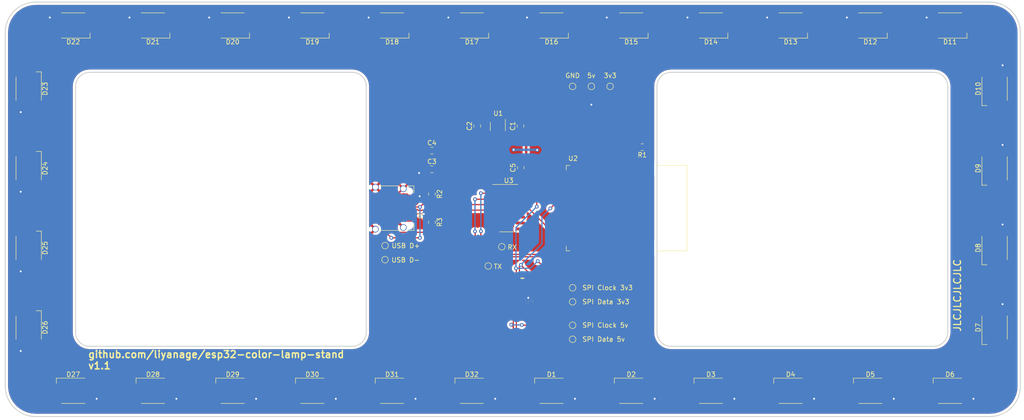
<source format=kicad_pcb>
(kicad_pcb (version 20171130) (host pcbnew "(5.1.5-0-10_14)")
  (layers (0 F.Cu signal) (31 B.Cu signal) (34 B.Paste user) (35 F.Paste user) (36 B.SilkS user) (37 F.SilkS user) (38 B.Mask user) (39 F.Mask user) (44 Edge.Cuts user))
  (net 0 "")
  (net 1 /3v3)
  (net 2 GND)
  (net 3 "Net-(C2-Pad1)")
  (net 4 /5v)
  (net 5 "Net-(D1-Pad1)")
  (net 6 "Net-(D1-Pad2)")
  (net 7 "Net-(D1-Pad5)")
  (net 8 "Net-(D1-Pad6)")
  (net 9 "Net-(D2-Pad6)")
  (net 10 "Net-(D2-Pad5)")
  (net 11 "Net-(D3-Pad5)")
  (net 12 "Net-(D3-Pad6)")
  (net 13 "Net-(D4-Pad6)")
  (net 14 "Net-(D4-Pad5)")
  (net 15 "Net-(D5-Pad5)")
  (net 16 "Net-(D5-Pad6)")
  (net 17 "Net-(D6-Pad6)")
  (net 18 "Net-(D6-Pad5)")
  (net 19 "Net-(D7-Pad5)")
  (net 20 "Net-(D7-Pad6)")
  (net 21 "Net-(D8-Pad6)")
  (net 22 "Net-(D8-Pad5)")
  (net 23 "Net-(D10-Pad2)")
  (net 24 "Net-(D10-Pad1)")
  (net 25 "Net-(D10-Pad5)")
  (net 26 "Net-(D10-Pad6)")
  (net 27 "Net-(D11-Pad5)")
  (net 28 "Net-(D11-Pad6)")
  (net 29 "Net-(D12-Pad6)")
  (net 30 "Net-(D12-Pad5)")
  (net 31 "Net-(D13-Pad5)")
  (net 32 "Net-(D13-Pad6)")
  (net 33 "Net-(D14-Pad6)")
  (net 34 "Net-(D14-Pad5)")
  (net 35 "Net-(D15-Pad6)")
  (net 36 "Net-(D15-Pad5)")
  (net 37 "Net-(D16-Pad6)")
  (net 38 "Net-(D16-Pad5)")
  (net 39 "Net-(D17-Pad5)")
  (net 40 "Net-(D17-Pad6)")
  (net 41 "Net-(D18-Pad6)")
  (net 42 "Net-(D18-Pad5)")
  (net 43 "Net-(D19-Pad5)")
  (net 44 "Net-(D19-Pad6)")
  (net 45 "Net-(D20-Pad6)")
  (net 46 "Net-(D20-Pad5)")
  (net 47 "Net-(D21-Pad5)")
  (net 48 "Net-(D21-Pad6)")
  (net 49 "Net-(D22-Pad6)")
  (net 50 "Net-(D22-Pad5)")
  (net 51 "Net-(D23-Pad5)")
  (net 52 "Net-(D23-Pad6)")
  (net 53 "Net-(D24-Pad6)")
  (net 54 "Net-(D24-Pad5)")
  (net 55 "Net-(D25-Pad5)")
  (net 56 "Net-(D25-Pad6)")
  (net 57 "Net-(D26-Pad6)")
  (net 58 "Net-(D26-Pad5)")
  (net 59 "Net-(D27-Pad5)")
  (net 60 "Net-(D27-Pad6)")
  (net 61 "Net-(D28-Pad6)")
  (net 62 "Net-(D28-Pad5)")
  (net 63 "Net-(D29-Pad6)")
  (net 64 "Net-(D29-Pad5)")
  (net 65 "Net-(D30-Pad5)")
  (net 66 "Net-(D30-Pad6)")
  (net 67 "Net-(D31-Pad6)")
  (net 68 "Net-(D31-Pad5)")
  (net 69 "Net-(D32-Pad5)")
  (net 70 "Net-(D32-Pad6)")
  (net 71 /IO13-MOSI)
  (net 72 /IO14-CLK)
  (net 73 "Net-(J1-PadA2)")
  (net 74 "Net-(J1-PadA3)")
  (net 75 /CC1)
  (net 76 /D+)
  (net 77 /D-)
  (net 78 "Net-(J1-PadA10)")
  (net 79 "Net-(J1-PadA8)")
  (net 80 "Net-(J1-PadA11)")
  (net 81 "Net-(J1-PadB2)")
  (net 82 "Net-(J1-PadB3)")
  (net 83 /CC2)
  (net 84 "Net-(J1-PadB8)")
  (net 85 "Net-(J1-PadB10)")
  (net 86 "Net-(J1-PadB11)")
  (net 87 /EN-RTS)
  (net 88 "Net-(U2-Pad4)")
  (net 89 "Net-(U2-Pad5)")
  (net 90 "Net-(U2-Pad6)")
  (net 91 "Net-(U2-Pad7)")
  (net 92 "Net-(U2-Pad8)")
  (net 93 "Net-(U2-Pad9)")
  (net 94 "Net-(U2-Pad10)")
  (net 95 "Net-(U2-Pad11)")
  (net 96 "Net-(U2-Pad12)")
  (net 97 "Net-(U2-Pad14)")
  (net 98 "Net-(U2-Pad17)")
  (net 99 "Net-(U2-Pad18)")
  (net 100 "Net-(U2-Pad19)")
  (net 101 "Net-(U2-Pad20)")
  (net 102 "Net-(U2-Pad21)")
  (net 103 "Net-(U2-Pad22)")
  (net 104 "Net-(U2-Pad23)")
  (net 105 "Net-(U2-Pad24)")
  (net 106 /DTR-IO0)
  (net 107 "Net-(U2-Pad26)")
  (net 108 "Net-(U2-Pad27)")
  (net 109 "Net-(U2-Pad28)")
  (net 110 "Net-(U2-Pad29)")
  (net 111 "Net-(U2-Pad30)")
  (net 112 "Net-(U2-Pad31)")
  (net 113 "Net-(U2-Pad32)")
  (net 114 "Net-(U2-Pad33)")
  (net 115 /RX-IO3)
  (net 116 /TX-IO1)
  (net 117 "Net-(U2-Pad36)")
  (net 118 "Net-(U2-Pad37)")
  (net 119 "Net-(U3-Pad7)")
  (net 120 "Net-(U3-Pad8)")
  (net 121 "Net-(U3-Pad9)")
  (net 122 "Net-(U3-Pad10)")
  (net 123 "Net-(U3-Pad11)")
  (net 124 "Net-(U3-Pad12)")
  (net 125 "Net-(U3-Pad15)")
  (net 126 "Net-(U4-Pad6)")
  (net 127 "Net-(U4-Pad5)")
  (net 128 "Net-(U4-Pad4)")
  (net 129 "Net-(U4-Pad7)")
  (net 130 "Net-(U4-Pad8)")
  (net 131 "Net-(U4-Pad9)")
  (net 132 "Net-(U4-Pad11)")
  (net 133 "Net-(U4-Pad12)")
  (net 134 "Net-(U4-Pad13)")
  (net 135 "Net-(U4-Pad14)")
  (net 136 "Net-(U4-Pad15)")
  (net 137 "Net-(U4-Pad16)")
  (module Capacitor_SMD:C_0805_2012Metric (layer F.Cu) (at 109.8804 26.4691 90)
    (fp_text reference C1 (at 0 -1.65 90) (layer F.SilkS))
    (fp_text value 2.2uF hide)
    (pad 1 smd roundrect (at -0.9375 0 90) (size 0.975 1.4) (layers F.Cu F.Paste F.Mask) (net 1 /3v3))
    (pad 2 smd roundrect (at 0.9375 0 90) (size 0.975 1.4) (layers F.Cu F.Paste F.Mask) (net 2 GND))
  )
  (module Capacitor_SMD:C_0805_2012Metric (layer F.Cu) (at 100.6602 26.4691 90)
    (fp_text reference C2 (at 0 -1.65 90) (layer F.SilkS))
    (fp_text value 470pF hide)
    (pad 2 smd roundrect (at 0.9375 0 90) (size 0.975 1.4) (layers F.Cu F.Paste F.Mask) (net 2 GND))
    (pad 1 smd roundrect (at -0.9375 0 90) (size 0.975 1.4) (layers F.Cu F.Paste F.Mask) (net 3 "Net-(C2-Pad1)"))
  )
  (module Capacitor_SMD:C_0805_2012Metric (layer F.Cu) (at 91 35.6997)
    (fp_text reference C3 (at 0 -1.65) (layer F.SilkS))
    (fp_text value 100nF hide)
    (pad 2 smd roundrect (at 0.9375 0) (size 0.975 1.4) (layers F.Cu F.Paste F.Mask) (net 2 GND))
    (pad 1 smd roundrect (at -0.9375 0) (size 0.975 1.4) (layers F.Cu F.Paste F.Mask) (net 4 /5v))
  )
  (module Capacitor_SMD:C_0805_2012Metric (layer F.Cu) (at 91 31.7246)
    (fp_text reference C4 (at 0 -1.65) (layer F.SilkS))
    (fp_text value 4.7uF hide)
    (pad 1 smd roundrect (at -0.9375 0) (size 0.975 1.4) (layers F.Cu F.Paste F.Mask) (net 4 /5v))
    (pad 2 smd roundrect (at 0.9375 0) (size 0.975 1.4) (layers F.Cu F.Paste F.Mask) (net 2 GND))
  )
  (module Capacitor_SMD:C_0805_2012Metric (layer F.Cu) (at 109.9439 35.3718 90)
    (fp_text reference C5 (at 0 -1.65 90) (layer F.SilkS))
    (fp_text value 100nF hide)
    (pad 1 smd roundrect (at -0.9375 0 90) (size 0.975 1.4) (layers F.Cu F.Paste F.Mask) (net 1 /3v3))
    (pad 2 smd roundrect (at 0.9375 0 90) (size 0.975 1.4) (layers F.Cu F.Paste F.Mask) (net 2 GND))
  )
  (module Connector_USB:USB_C_Receptacle_Amphenol_12401610E4-2A_CircularHoles (layer F.Cu) (at 81.788 44 270)
    (fp_text reference J1 (at 1.72 -6.7183 90) (layer F.SilkS))
    (fp_text value USB_C_Receptacle hide)
    (pad S1 thru_hole circle (at -4.13 -3.11 270) (size 1.4 1.4) (drill 1.1) (layers *.Cu *.Mask) (net 2 GND))
    (pad A1 smd rect (at -2.75 -5.02 270) (size 0.3 0.7) (layers F.Cu F.Paste F.Mask) (net 2 GND))
    (pad A2 smd rect (at -2.25 -5.02 270) (size 0.3 0.7) (layers F.Cu F.Paste F.Mask) (net 73 "Net-(J1-PadA2)"))
    (pad A3 smd rect (at -1.75 -5.02 270) (size 0.3 0.7) (layers F.Cu F.Paste F.Mask) (net 74 "Net-(J1-PadA3)"))
    (pad A4 smd rect (at -1.25 -5.02 270) (size 0.3 0.7) (layers F.Cu F.Paste F.Mask) (net 4 /5v))
    (pad A5 smd rect (at -0.75 -5.02 270) (size 0.3 0.7) (layers F.Cu F.Paste F.Mask) (net 75 /CC1))
    (pad A6 smd rect (at -0.25 -5.02 270) (size 0.3 0.7) (layers F.Cu F.Paste F.Mask) (net 76 /D+))
    (pad A7 smd rect (at 0.25 -5.02 270) (size 0.3 0.7) (layers F.Cu F.Paste F.Mask) (net 77 /D-))
    (pad A12 smd rect (at 2.75 -5.02 270) (size 0.3 0.7) (layers F.Cu F.Paste F.Mask) (net 2 GND))
    (pad A10 smd rect (at 1.75 -5.02 270) (size 0.3 0.7) (layers F.Cu F.Paste F.Mask) (net 78 "Net-(J1-PadA10)"))
    (pad A9 smd rect (at 1.25 -5.02 270) (size 0.3 0.7) (layers F.Cu F.Paste F.Mask) (net 4 /5v))
    (pad A8 smd rect (at 0.75 -5.02 270) (size 0.3 0.7) (layers F.Cu F.Paste F.Mask) (net 79 "Net-(J1-PadA8)"))
    (pad A11 smd rect (at 2.25 -5.02 270) (size 0.3 0.7) (layers F.Cu F.Paste F.Mask) (net 80 "Net-(J1-PadA11)"))
    (pad B1 smd rect (at 2.5 -3.32 270) (size 0.3 0.7) (layers F.Cu F.Paste F.Mask) (net 2 GND))
    (pad S1 thru_hole circle (at 4.13 -3.11 270) (size 1.4 1.4) (drill 1.1) (layers *.Cu *.Mask) (net 2 GND))
    (pad S1 thru_hole circle (at 4.49 2.84 270) (size 1.4 1.4) (drill 1.1) (layers *.Cu *.Mask) (net 2 GND))
    (pad S1 thru_hole circle (at -4.49 2.84 270) (size 1.4 1.4) (drill 1.1) (layers *.Cu *.Mask) (net 2 GND))
    (pad "" np_thru_hole circle (at 3.6 -4.36 270) (size 0.95 0.95) (drill 0.95) (layers *.Cu *.Mask))
    (pad "" np_thru_hole circle (at -3.6 -4.36 270) (size 0.65 0.65) (drill 0.65) (layers *.Cu *.Mask))
    (pad B2 smd rect (at 2 -3.32 270) (size 0.3 0.7) (layers F.Cu F.Paste F.Mask) (net 81 "Net-(J1-PadB2)"))
    (pad B3 smd rect (at 1.5 -3.32 270) (size 0.3 0.7) (layers F.Cu F.Paste F.Mask) (net 82 "Net-(J1-PadB3)"))
    (pad B4 smd rect (at 1 -3.32 270) (size 0.3 0.7) (layers F.Cu F.Paste F.Mask) (net 4 /5v))
    (pad B5 smd rect (at 0.5 -3.32 270) (size 0.3 0.7) (layers F.Cu F.Paste F.Mask) (net 83 /CC2))
    (pad B6 smd rect (at 0 -3.32 270) (size 0.3 0.7) (layers F.Cu F.Paste F.Mask) (net 76 /D+))
    (pad B7 smd rect (at -0.5 -3.32 270) (size 0.3 0.7) (layers F.Cu F.Paste F.Mask) (net 77 /D-))
    (pad B8 smd rect (at -1 -3.32 270) (size 0.3 0.7) (layers F.Cu F.Paste F.Mask) (net 84 "Net-(J1-PadB8)"))
    (pad B9 smd rect (at -1.5 -3.32 270) (size 0.3 0.7) (layers F.Cu F.Paste F.Mask) (net 4 /5v))
    (pad B10 smd rect (at -2 -3.32 270) (size 0.3 0.7) (layers F.Cu F.Paste F.Mask) (net 85 "Net-(J1-PadB10)"))
    (pad B11 smd rect (at -2.5 -3.32 270) (size 0.3 0.7) (layers F.Cu F.Paste F.Mask) (net 86 "Net-(J1-PadB11)"))
    (pad B12 smd rect (at -3 -3.32 270) (size 0.3 0.7) (layers F.Cu F.Paste F.Mask) (net 2 GND))
  )
  (module Resistor_SMD:R_0805_2012Metric (layer F.Cu) (at 135.8623 30.988 180)
    (fp_text reference R1 (at 0 -1.65) (layer F.SilkS))
    (fp_text value 10k hide)
    (pad 1 smd roundrect (at -0.9375 0 180) (size 0.975 1.4) (layers F.Cu F.Paste F.Mask) (net 1 /3v3))
    (pad 2 smd roundrect (at 0.9375 0 180) (size 0.975 1.4) (layers F.Cu F.Paste F.Mask) (net 87 /EN-RTS))
  )
  (module Resistor_SMD:R_0805_2012Metric (layer F.Cu) (at 91 41 270)
    (fp_text reference R2 (at 0 -1.65 90) (layer F.SilkS))
    (fp_text value 5.1k hide)
    (pad 2 smd roundrect (at 0.9375 0 270) (size 0.975 1.4) (layers F.Cu F.Paste F.Mask) (net 75 /CC1))
    (pad 1 smd roundrect (at -0.9375 0 270) (size 0.975 1.4) (layers F.Cu F.Paste F.Mask) (net 2 GND))
  )
  (module Resistor_SMD:R_0805_2012Metric (layer F.Cu) (at 91 47 270)
    (fp_text reference R3 (at 0 -1.65 90) (layer F.SilkS))
    (fp_text value 5.1k hide)
    (pad 1 smd roundrect (at -0.9375 0 270) (size 0.975 1.4) (layers F.Cu F.Paste F.Mask) (net 2 GND))
    (pad 2 smd roundrect (at 0.9375 0 270) (size 0.975 1.4) (layers F.Cu F.Paste F.Mask) (net 83 /CC2))
  )
  (module TestPoint:TestPoint_Pad_D1.0mm (layer F.Cu) (at 81 52)
    (fp_text reference TP1)
    (fp_text value "USB D+" (at 4.4329 0.0319) (layer F.SilkS))
    (pad 1 smd circle (at 0 0) (size 1 1) (layers F.Cu F.Mask) (net 76 /D+))
  )
  (module TestPoint:TestPoint_Pad_D1.0mm (layer F.Cu) (at 81 55)
    (fp_text reference TP2)
    (fp_text value "USB D-" (at 4.3948 0.0672) (layer F.SilkS))
    (pad 1 smd circle (at 0 0) (size 1 1) (layers F.Cu F.Mask) (net 77 /D-))
  )
  (module Package_TO_SOT_SMD:SOT-23-5 (layer F.Cu) (at 105.0519 26.5635 270)
    (fp_text reference U1 (at -2.7891 -0.0787 180) (layer F.SilkS))
    (fp_text value MIC5219-3.3YM5 hide)
    (pad 1 smd rect (at -1.1 -0.95 270) (size 1.06 0.65) (layers F.Cu F.Paste F.Mask) (net 4 /5v))
    (pad 2 smd rect (at -1.1 0 270) (size 1.06 0.65) (layers F.Cu F.Paste F.Mask) (net 2 GND))
    (pad 3 smd rect (at -1.1 0.95 270) (size 1.06 0.65) (layers F.Cu F.Paste F.Mask) (net 4 /5v))
    (pad 4 smd rect (at 1.1 0.95 270) (size 1.06 0.65) (layers F.Cu F.Paste F.Mask) (net 3 "Net-(C2-Pad1)"))
    (pad 5 smd rect (at 1.1 -0.95 270) (size 1.06 0.65) (layers F.Cu F.Paste F.Mask) (net 1 /3v3))
  )
  (module RF_Module:ESP32-WROOM-32 (layer F.Cu) (at 129.5273 44 270)
    (fp_text reference U2 (at -10.61 8.43) (layer F.SilkS))
    (fp_text value ESP32-WROOM-32 hide)
    (pad 39 smd rect (at -1 -0.755 270) (size 5 5) (layers F.Cu F.Paste F.Mask) (net 2 GND))
    (pad 1 smd rect (at -8.5 -8.255 270) (size 2 0.9) (layers F.Cu F.Paste F.Mask) (net 2 GND))
    (pad 2 smd rect (at -8.5 -6.985 270) (size 2 0.9) (layers F.Cu F.Paste F.Mask) (net 1 /3v3))
    (pad 3 smd rect (at -8.5 -5.715 270) (size 2 0.9) (layers F.Cu F.Paste F.Mask) (net 87 /EN-RTS))
    (pad 4 smd rect (at -8.5 -4.445 270) (size 2 0.9) (layers F.Cu F.Paste F.Mask) (net 88 "Net-(U2-Pad4)"))
    (pad 5 smd rect (at -8.5 -3.175 270) (size 2 0.9) (layers F.Cu F.Paste F.Mask) (net 89 "Net-(U2-Pad5)"))
    (pad 6 smd rect (at -8.5 -1.905 270) (size 2 0.9) (layers F.Cu F.Paste F.Mask) (net 90 "Net-(U2-Pad6)"))
    (pad 7 smd rect (at -8.5 -0.635 270) (size 2 0.9) (layers F.Cu F.Paste F.Mask) (net 91 "Net-(U2-Pad7)"))
    (pad 8 smd rect (at -8.5 0.635 270) (size 2 0.9) (layers F.Cu F.Paste F.Mask) (net 92 "Net-(U2-Pad8)"))
    (pad 9 smd rect (at -8.5 1.905 270) (size 2 0.9) (layers F.Cu F.Paste F.Mask) (net 93 "Net-(U2-Pad9)"))
    (pad 10 smd rect (at -8.5 3.175 270) (size 2 0.9) (layers F.Cu F.Paste F.Mask) (net 94 "Net-(U2-Pad10)"))
    (pad 11 smd rect (at -8.5 4.445 270) (size 2 0.9) (layers F.Cu F.Paste F.Mask) (net 95 "Net-(U2-Pad11)"))
    (pad 12 smd rect (at -8.5 5.715 270) (size 2 0.9) (layers F.Cu F.Paste F.Mask) (net 96 "Net-(U2-Pad12)"))
    (pad 13 smd rect (at -8.5 6.985 270) (size 2 0.9) (layers F.Cu F.Paste F.Mask) (net 72 /IO14-CLK))
    (pad 14 smd rect (at -8.5 8.255 270) (size 2 0.9) (layers F.Cu F.Paste F.Mask) (net 97 "Net-(U2-Pad14)"))
    (pad 15 smd rect (at -5.715 9.255) (size 2 0.9) (layers F.Cu F.Paste F.Mask) (net 2 GND))
    (pad 16 smd rect (at -4.445 9.255) (size 2 0.9) (layers F.Cu F.Paste F.Mask) (net 71 /IO13-MOSI))
    (pad 17 smd rect (at -3.175 9.255) (size 2 0.9) (layers F.Cu F.Paste F.Mask) (net 98 "Net-(U2-Pad17)"))
    (pad 18 smd rect (at -1.905 9.255) (size 2 0.9) (layers F.Cu F.Paste F.Mask) (net 99 "Net-(U2-Pad18)"))
    (pad 19 smd rect (at -0.635 9.255) (size 2 0.9) (layers F.Cu F.Paste F.Mask) (net 100 "Net-(U2-Pad19)"))
    (pad 20 smd rect (at 0.635 9.255) (size 2 0.9) (layers F.Cu F.Paste F.Mask) (net 101 "Net-(U2-Pad20)"))
    (pad 21 smd rect (at 1.905 9.255) (size 2 0.9) (layers F.Cu F.Paste F.Mask) (net 102 "Net-(U2-Pad21)"))
    (pad 22 smd rect (at 3.175 9.255) (size 2 0.9) (layers F.Cu F.Paste F.Mask) (net 103 "Net-(U2-Pad22)"))
    (pad 23 smd rect (at 4.445 9.255) (size 2 0.9) (layers F.Cu F.Paste F.Mask) (net 104 "Net-(U2-Pad23)"))
    (pad 24 smd rect (at 5.715 9.255) (size 2 0.9) (layers F.Cu F.Paste F.Mask) (net 105 "Net-(U2-Pad24)"))
    (pad 25 smd rect (at 8.5 8.255 270) (size 2 0.9) (layers F.Cu F.Paste F.Mask) (net 106 /DTR-IO0))
    (pad 26 smd rect (at 8.5 6.985 270) (size 2 0.9) (layers F.Cu F.Paste F.Mask) (net 107 "Net-(U2-Pad26)"))
    (pad 27 smd rect (at 8.5 5.715 270) (size 2 0.9) (layers F.Cu F.Paste F.Mask) (net 108 "Net-(U2-Pad27)"))
    (pad 28 smd rect (at 8.5 4.445 270) (size 2 0.9) (layers F.Cu F.Paste F.Mask) (net 109 "Net-(U2-Pad28)"))
    (pad 29 smd rect (at 8.5 3.175 270) (size 2 0.9) (layers F.Cu F.Paste F.Mask) (net 110 "Net-(U2-Pad29)"))
    (pad 30 smd rect (at 8.5 1.905 270) (size 2 0.9) (layers F.Cu F.Paste F.Mask) (net 111 "Net-(U2-Pad30)"))
    (pad 31 smd rect (at 8.5 0.635 270) (size 2 0.9) (layers F.Cu F.Paste F.Mask) (net 112 "Net-(U2-Pad31)"))
    (pad 32 smd rect (at 8.5 -0.635 270) (size 2 0.9) (layers F.Cu F.Paste F.Mask) (net 113 "Net-(U2-Pad32)"))
    (pad 33 smd rect (at 8.5 -1.905 270) (size 2 0.9) (layers F.Cu F.Paste F.Mask) (net 114 "Net-(U2-Pad33)"))
    (pad 34 smd rect (at 8.5 -3.175 270) (size 2 0.9) (layers F.Cu F.Paste F.Mask) (net 115 /RX-IO3))
    (pad 35 smd rect (at 8.5 -4.445 270) (size 2 0.9) (layers F.Cu F.Paste F.Mask) (net 116 /TX-IO1))
    (pad 36 smd rect (at 8.5 -5.715 270) (size 2 0.9) (layers F.Cu F.Paste F.Mask) (net 117 "Net-(U2-Pad36)"))
    (pad 37 smd rect (at 8.5 -6.985 270) (size 2 0.9) (layers F.Cu F.Paste F.Mask) (net 118 "Net-(U2-Pad37)"))
    (pad 38 smd rect (at 8.5 -8.255 270) (size 2 0.9) (layers F.Cu F.Paste F.Mask) (net 2 GND))
  )
  (module Package_SO:SOIC-16_3.9x9.9mm_P1.27mm (layer F.Cu) (at 107.3785 44)
    (fp_text reference U3 (at 0 -5.9) (layer F.SilkS))
    (fp_text value CH340G hide)
    (pad 1 smd roundrect (at -2.475 -4.445) (size 1.95 0.6) (layers F.Cu F.Paste F.Mask) (net 2 GND))
    (pad 2 smd roundrect (at -2.475 -3.175) (size 1.95 0.6) (layers F.Cu F.Paste F.Mask) (net 115 /RX-IO3))
    (pad 3 smd roundrect (at -2.475 -1.905) (size 1.95 0.6) (layers F.Cu F.Paste F.Mask) (net 116 /TX-IO1))
    (pad 4 smd roundrect (at -2.475 -0.635) (size 1.95 0.6) (layers F.Cu F.Paste F.Mask) (net 1 /3v3))
    (pad 5 smd roundrect (at -2.475 0.635) (size 1.95 0.6) (layers F.Cu F.Paste F.Mask) (net 76 /D+))
    (pad 6 smd roundrect (at -2.475 1.905) (size 1.95 0.6) (layers F.Cu F.Paste F.Mask) (net 77 /D-))
    (pad 7 smd roundrect (at -2.475 3.175) (size 1.95 0.6) (layers F.Cu F.Paste F.Mask) (net 119 "Net-(U3-Pad7)"))
    (pad 8 smd roundrect (at -2.475 4.445) (size 1.95 0.6) (layers F.Cu F.Paste F.Mask) (net 120 "Net-(U3-Pad8)"))
    (pad 9 smd roundrect (at 2.475 4.445) (size 1.95 0.6) (layers F.Cu F.Paste F.Mask) (net 121 "Net-(U3-Pad9)"))
    (pad 10 smd roundrect (at 2.475 3.175) (size 1.95 0.6) (layers F.Cu F.Paste F.Mask) (net 122 "Net-(U3-Pad10)"))
    (pad 11 smd roundrect (at 2.475 1.905) (size 1.95 0.6) (layers F.Cu F.Paste F.Mask) (net 123 "Net-(U3-Pad11)"))
    (pad 12 smd roundrect (at 2.475 0.635) (size 1.95 0.6) (layers F.Cu F.Paste F.Mask) (net 124 "Net-(U3-Pad12)"))
    (pad 13 smd roundrect (at 2.475 -0.635) (size 1.95 0.6) (layers F.Cu F.Paste F.Mask) (net 106 /DTR-IO0))
    (pad 14 smd roundrect (at 2.475 -1.905) (size 1.95 0.6) (layers F.Cu F.Paste F.Mask) (net 87 /EN-RTS))
    (pad 15 smd roundrect (at 2.475 -3.175) (size 1.95 0.6) (layers F.Cu F.Paste F.Mask) (net 125 "Net-(U3-Pad15)"))
    (pad 16 smd roundrect (at 2.475 -4.445) (size 1.95 0.6) (layers F.Cu F.Paste F.Mask) (net 1 /3v3))
  )
  (module TestPoint:TestPoint_Pad_D1.0mm (layer F.Cu) (at 121 69)
    (fp_text reference TP3)
    (fp_text value "SPI Clock 5v" (at 2 0) (layer F.SilkS) (effects (justify left)))
    (pad 1 smd circle (at 0 0) (size 1 1) (layers F.Cu F.Mask) (net 6 "Net-(D1-Pad2)"))
  )
  (module TestPoint:TestPoint_Pad_D1.0mm (layer F.Cu) (at 121 72)
    (fp_text reference TP4)
    (fp_text value "SPI Data 5v" (at 2 0) (layer F.SilkS) (effects (justify left)))
    (pad 1 smd circle (at 0 0) (size 1 1) (layers F.Cu F.Mask) (net 5 "Net-(D1-Pad1)"))
  )
  (module TestPoint:TestPoint_Pad_D1.0mm (layer F.Cu) (at 121 64)
    (fp_text reference TP5)
    (fp_text value "SPI Data 3v3" (at 2 0) (layer F.SilkS) (effects (justify left)))
    (pad 1 smd circle (at 0 0) (size 1 1) (layers F.Cu F.Mask) (net 71 /IO13-MOSI))
  )
  (module TestPoint:TestPoint_Pad_D1.0mm (layer F.Cu) (at 121 61)
    (fp_text reference TP6)
    (fp_text value "SPI Clock 3v3" (at 2 0) (layer F.SilkS) (effects (justify left)))
    (pad 1 smd circle (at 0 0) (size 1 1) (layers F.Cu F.Mask) (net 72 /IO14-CLK))
  )
  (module TestPoint:TestPoint_Pad_D1.0mm (layer F.Cu) (at 105.9053 52.2351)
    (fp_text reference TP7 hide)
    (fp_text value RX (at 2.2225 0.1143) (layer F.SilkS))
    (pad 1 smd circle (at 0 0) (size 1 1) (layers F.Cu F.Mask) (net 115 /RX-IO3))
  )
  (module TestPoint:TestPoint_Pad_D1.0mm (layer F.Cu) (at 103.0224 56.3499)
    (fp_text reference TP8 hide)
    (fp_text value TX (at 2.0447 0.1143) (layer F.SilkS))
    (pad 1 smd circle (at 0 0) (size 1 1) (layers F.Cu F.Mask) (net 116 /TX-IO1))
  )
  (module TestPoint:TestPoint_Pad_D1.0mm (layer F.Cu) (at 125 18)
    (fp_text reference TP9)
    (fp_text value 5v (at 0 -2.2981) (layer F.SilkS))
    (pad 1 smd circle (at 0 0) (size 1 1) (layers F.Cu F.Mask) (net 4 /5v))
  )
  (module TestPoint:TestPoint_Pad_D1.0mm (layer F.Cu) (at 121 18)
    (fp_text reference TP10)
    (fp_text value GND (at 0 -2.2981) (layer F.SilkS))
    (pad 1 smd circle (at 0 0) (size 1 1) (layers F.Cu F.Mask) (net 2 GND))
  )
  (module TestPoint:TestPoint_Pad_D1.0mm (layer F.Cu) (at 129 18)
    (fp_text reference TP11)
    (fp_text value 3v3 (at 0 -2.2981) (layer F.SilkS))
    (pad 1 smd circle (at 0 0) (size 1 1) (layers F.Cu F.Mask) (net 1 /3v3))
  )
  (module LED_SMD:LED_RGB_5050-6 (layer F.Cu) (at 116.5 83)
    (fp_text reference D1 (at 0 -3.5 180) (layer F.SilkS))
    (fp_text value APA102)
    (pad 1 smd rect (at -2.4 -1.7 90) (size 1.1 2) (layers F.Cu F.Paste F.Mask) (net 5 "Net-(D1-Pad1)"))
    (pad 2 smd rect (at -2.4 0 90) (size 1.1 2) (layers F.Cu F.Paste F.Mask) (net 6 "Net-(D1-Pad2)"))
    (pad 3 smd rect (at -2.4 1.7 90) (size 1.1 2) (layers F.Cu F.Paste F.Mask) (net 2 GND))
    (pad 4 smd rect (at 2.4 1.7 90) (size 1.1 2) (layers F.Cu F.Paste F.Mask) (net 4 /5v))
    (pad 5 smd rect (at 2.4 0 90) (size 1.1 2) (layers F.Cu F.Paste F.Mask) (net 7 "Net-(D1-Pad5)"))
    (pad 6 smd rect (at 2.4 -1.7 90) (size 1.1 2) (layers F.Cu F.Paste F.Mask) (net 8 "Net-(D1-Pad6)"))
  )
  (module LED_SMD:LED_RGB_5050-6 (layer F.Cu) (at 133.5 83)
    (fp_text reference D2 (at 0 -3.5 180) (layer F.SilkS))
    (fp_text value APA102)
    (pad 1 smd rect (at -2.4 -1.7 90) (size 1.1 2) (layers F.Cu F.Paste F.Mask) (net 8 "Net-(D1-Pad6)"))
    (pad 2 smd rect (at -2.4 0 90) (size 1.1 2) (layers F.Cu F.Paste F.Mask) (net 7 "Net-(D1-Pad5)"))
    (pad 3 smd rect (at -2.4 1.7 90) (size 1.1 2) (layers F.Cu F.Paste F.Mask) (net 2 GND))
    (pad 4 smd rect (at 2.4 1.7 90) (size 1.1 2) (layers F.Cu F.Paste F.Mask) (net 4 /5v))
    (pad 5 smd rect (at 2.4 0 90) (size 1.1 2) (layers F.Cu F.Paste F.Mask) (net 10 "Net-(D2-Pad5)"))
    (pad 6 smd rect (at 2.4 -1.7 90) (size 1.1 2) (layers F.Cu F.Paste F.Mask) (net 9 "Net-(D2-Pad6)"))
  )
  (module LED_SMD:LED_RGB_5050-6 (layer F.Cu) (at 150.5 83)
    (fp_text reference D3 (at 0 -3.5 180) (layer F.SilkS))
    (fp_text value APA102)
    (pad 6 smd rect (at 2.4 -1.7 90) (size 1.1 2) (layers F.Cu F.Paste F.Mask) (net 12 "Net-(D3-Pad6)"))
    (pad 5 smd rect (at 2.4 0 90) (size 1.1 2) (layers F.Cu F.Paste F.Mask) (net 11 "Net-(D3-Pad5)"))
    (pad 4 smd rect (at 2.4 1.7 90) (size 1.1 2) (layers F.Cu F.Paste F.Mask) (net 4 /5v))
    (pad 3 smd rect (at -2.4 1.7 90) (size 1.1 2) (layers F.Cu F.Paste F.Mask) (net 2 GND))
    (pad 2 smd rect (at -2.4 0 90) (size 1.1 2) (layers F.Cu F.Paste F.Mask) (net 10 "Net-(D2-Pad5)"))
    (pad 1 smd rect (at -2.4 -1.7 90) (size 1.1 2) (layers F.Cu F.Paste F.Mask) (net 9 "Net-(D2-Pad6)"))
  )
  (module LED_SMD:LED_RGB_5050-6 (layer F.Cu) (at 167.5 83)
    (fp_text reference D4 (at 0 -3.5 180) (layer F.SilkS))
    (fp_text value APA102)
    (pad 1 smd rect (at -2.4 -1.7 90) (size 1.1 2) (layers F.Cu F.Paste F.Mask) (net 12 "Net-(D3-Pad6)"))
    (pad 2 smd rect (at -2.4 0 90) (size 1.1 2) (layers F.Cu F.Paste F.Mask) (net 11 "Net-(D3-Pad5)"))
    (pad 3 smd rect (at -2.4 1.7 90) (size 1.1 2) (layers F.Cu F.Paste F.Mask) (net 2 GND))
    (pad 4 smd rect (at 2.4 1.7 90) (size 1.1 2) (layers F.Cu F.Paste F.Mask) (net 4 /5v))
    (pad 5 smd rect (at 2.4 0 90) (size 1.1 2) (layers F.Cu F.Paste F.Mask) (net 14 "Net-(D4-Pad5)"))
    (pad 6 smd rect (at 2.4 -1.7 90) (size 1.1 2) (layers F.Cu F.Paste F.Mask) (net 13 "Net-(D4-Pad6)"))
  )
  (module LED_SMD:LED_RGB_5050-6 (layer F.Cu) (at 184.5 83)
    (fp_text reference D5 (at 0 -3.5 180) (layer F.SilkS))
    (fp_text value APA102)
    (pad 1 smd rect (at -2.4 -1.7 90) (size 1.1 2) (layers F.Cu F.Paste F.Mask) (net 13 "Net-(D4-Pad6)"))
    (pad 2 smd rect (at -2.4 0 90) (size 1.1 2) (layers F.Cu F.Paste F.Mask) (net 14 "Net-(D4-Pad5)"))
    (pad 3 smd rect (at -2.4 1.7 90) (size 1.1 2) (layers F.Cu F.Paste F.Mask) (net 2 GND))
    (pad 4 smd rect (at 2.4 1.7 90) (size 1.1 2) (layers F.Cu F.Paste F.Mask) (net 4 /5v))
    (pad 5 smd rect (at 2.4 0 90) (size 1.1 2) (layers F.Cu F.Paste F.Mask) (net 15 "Net-(D5-Pad5)"))
    (pad 6 smd rect (at 2.4 -1.7 90) (size 1.1 2) (layers F.Cu F.Paste F.Mask) (net 16 "Net-(D5-Pad6)"))
  )
  (module LED_SMD:LED_RGB_5050-6 (layer F.Cu) (at 201.5 83)
    (fp_text reference D6 (at 0 -3.5 180) (layer F.SilkS))
    (fp_text value APA102)
    (pad 6 smd rect (at 2.4 -1.7 90) (size 1.1 2) (layers F.Cu F.Paste F.Mask) (net 17 "Net-(D6-Pad6)"))
    (pad 5 smd rect (at 2.4 0 90) (size 1.1 2) (layers F.Cu F.Paste F.Mask) (net 18 "Net-(D6-Pad5)"))
    (pad 4 smd rect (at 2.4 1.7 90) (size 1.1 2) (layers F.Cu F.Paste F.Mask) (net 4 /5v))
    (pad 3 smd rect (at -2.4 1.7 90) (size 1.1 2) (layers F.Cu F.Paste F.Mask) (net 2 GND))
    (pad 2 smd rect (at -2.4 0 90) (size 1.1 2) (layers F.Cu F.Paste F.Mask) (net 15 "Net-(D5-Pad5)"))
    (pad 1 smd rect (at -2.4 -1.7 90) (size 1.1 2) (layers F.Cu F.Paste F.Mask) (net 16 "Net-(D5-Pad6)"))
  )
  (module LED_SMD:LED_RGB_5050-6 (layer F.Cu) (at 211 69.5 90)
    (fp_text reference D7 (at 0 -3.5 270) (layer F.SilkS))
    (fp_text value APA102)
    (pad 1 smd rect (at -2.4 -1.7 180) (size 1.1 2) (layers F.Cu F.Paste F.Mask) (net 17 "Net-(D6-Pad6)"))
    (pad 2 smd rect (at -2.4 0 180) (size 1.1 2) (layers F.Cu F.Paste F.Mask) (net 18 "Net-(D6-Pad5)"))
    (pad 3 smd rect (at -2.4 1.7 180) (size 1.1 2) (layers F.Cu F.Paste F.Mask) (net 2 GND))
    (pad 4 smd rect (at 2.4 1.7 180) (size 1.1 2) (layers F.Cu F.Paste F.Mask) (net 4 /5v))
    (pad 5 smd rect (at 2.4 0 180) (size 1.1 2) (layers F.Cu F.Paste F.Mask) (net 19 "Net-(D7-Pad5)"))
    (pad 6 smd rect (at 2.4 -1.7 180) (size 1.1 2) (layers F.Cu F.Paste F.Mask) (net 20 "Net-(D7-Pad6)"))
  )
  (module LED_SMD:LED_RGB_5050-6 (layer F.Cu) (at 211 52.5 90)
    (fp_text reference D8 (at 0 -3.5 270) (layer F.SilkS))
    (fp_text value APA102)
    (pad 6 smd rect (at 2.4 -1.7 180) (size 1.1 2) (layers F.Cu F.Paste F.Mask) (net 21 "Net-(D8-Pad6)"))
    (pad 5 smd rect (at 2.4 0 180) (size 1.1 2) (layers F.Cu F.Paste F.Mask) (net 22 "Net-(D8-Pad5)"))
    (pad 4 smd rect (at 2.4 1.7 180) (size 1.1 2) (layers F.Cu F.Paste F.Mask) (net 4 /5v))
    (pad 3 smd rect (at -2.4 1.7 180) (size 1.1 2) (layers F.Cu F.Paste F.Mask) (net 2 GND))
    (pad 2 smd rect (at -2.4 0 180) (size 1.1 2) (layers F.Cu F.Paste F.Mask) (net 19 "Net-(D7-Pad5)"))
    (pad 1 smd rect (at -2.4 -1.7 180) (size 1.1 2) (layers F.Cu F.Paste F.Mask) (net 20 "Net-(D7-Pad6)"))
  )
  (module LED_SMD:LED_RGB_5050-6 (layer F.Cu) (at 211 35.5 90)
    (fp_text reference D9 (at 0 -3.5 270) (layer F.SilkS))
    (fp_text value APA102)
    (pad 1 smd rect (at -2.4 -1.7 180) (size 1.1 2) (layers F.Cu F.Paste F.Mask) (net 21 "Net-(D8-Pad6)"))
    (pad 2 smd rect (at -2.4 0 180) (size 1.1 2) (layers F.Cu F.Paste F.Mask) (net 22 "Net-(D8-Pad5)"))
    (pad 3 smd rect (at -2.4 1.7 180) (size 1.1 2) (layers F.Cu F.Paste F.Mask) (net 2 GND))
    (pad 4 smd rect (at 2.4 1.7 180) (size 1.1 2) (layers F.Cu F.Paste F.Mask) (net 4 /5v))
    (pad 5 smd rect (at 2.4 0 180) (size 1.1 2) (layers F.Cu F.Paste F.Mask) (net 23 "Net-(D10-Pad2)"))
    (pad 6 smd rect (at 2.4 -1.7 180) (size 1.1 2) (layers F.Cu F.Paste F.Mask) (net 24 "Net-(D10-Pad1)"))
  )
  (module LED_SMD:LED_RGB_5050-6 (layer F.Cu) (at 211 18.5 90)
    (fp_text reference D10 (at 0 -3.5 270) (layer F.SilkS))
    (fp_text value APA102)
    (pad 6 smd rect (at 2.4 -1.7 180) (size 1.1 2) (layers F.Cu F.Paste F.Mask) (net 26 "Net-(D10-Pad6)"))
    (pad 5 smd rect (at 2.4 0 180) (size 1.1 2) (layers F.Cu F.Paste F.Mask) (net 25 "Net-(D10-Pad5)"))
    (pad 4 smd rect (at 2.4 1.7 180) (size 1.1 2) (layers F.Cu F.Paste F.Mask) (net 4 /5v))
    (pad 3 smd rect (at -2.4 1.7 180) (size 1.1 2) (layers F.Cu F.Paste F.Mask) (net 2 GND))
    (pad 2 smd rect (at -2.4 0 180) (size 1.1 2) (layers F.Cu F.Paste F.Mask) (net 23 "Net-(D10-Pad2)"))
    (pad 1 smd rect (at -2.4 -1.7 180) (size 1.1 2) (layers F.Cu F.Paste F.Mask) (net 24 "Net-(D10-Pad1)"))
  )
  (module LED_SMD:LED_RGB_5050-6 (layer F.Cu) (at 201.5 5 180)
    (fp_text reference D11 (at 0 -3.5 180) (layer F.SilkS))
    (fp_text value APA102)
    (pad 1 smd rect (at -2.4 -1.7 270) (size 1.1 2) (layers F.Cu F.Paste F.Mask) (net 26 "Net-(D10-Pad6)"))
    (pad 2 smd rect (at -2.4 0 270) (size 1.1 2) (layers F.Cu F.Paste F.Mask) (net 25 "Net-(D10-Pad5)"))
    (pad 3 smd rect (at -2.4 1.7 270) (size 1.1 2) (layers F.Cu F.Paste F.Mask) (net 2 GND))
    (pad 4 smd rect (at 2.4 1.7 270) (size 1.1 2) (layers F.Cu F.Paste F.Mask) (net 4 /5v))
    (pad 5 smd rect (at 2.4 0 270) (size 1.1 2) (layers F.Cu F.Paste F.Mask) (net 27 "Net-(D11-Pad5)"))
    (pad 6 smd rect (at 2.4 -1.7 270) (size 1.1 2) (layers F.Cu F.Paste F.Mask) (net 28 "Net-(D11-Pad6)"))
  )
  (module LED_SMD:LED_RGB_5050-6 (layer F.Cu) (at 184.5 5 180)
    (fp_text reference D12 (at 0 -3.5 180) (layer F.SilkS))
    (fp_text value APA102)
    (pad 6 smd rect (at 2.4 -1.7 270) (size 1.1 2) (layers F.Cu F.Paste F.Mask) (net 29 "Net-(D12-Pad6)"))
    (pad 5 smd rect (at 2.4 0 270) (size 1.1 2) (layers F.Cu F.Paste F.Mask) (net 30 "Net-(D12-Pad5)"))
    (pad 4 smd rect (at 2.4 1.7 270) (size 1.1 2) (layers F.Cu F.Paste F.Mask) (net 4 /5v))
    (pad 3 smd rect (at -2.4 1.7 270) (size 1.1 2) (layers F.Cu F.Paste F.Mask) (net 2 GND))
    (pad 2 smd rect (at -2.4 0 270) (size 1.1 2) (layers F.Cu F.Paste F.Mask) (net 27 "Net-(D11-Pad5)"))
    (pad 1 smd rect (at -2.4 -1.7 270) (size 1.1 2) (layers F.Cu F.Paste F.Mask) (net 28 "Net-(D11-Pad6)"))
  )
  (module LED_SMD:LED_RGB_5050-6 (layer F.Cu) (at 167.5 5 180)
    (fp_text reference D13 (at 0 -3.5 180) (layer F.SilkS))
    (fp_text value APA102)
    (pad 1 smd rect (at -2.4 -1.7 270) (size 1.1 2) (layers F.Cu F.Paste F.Mask) (net 29 "Net-(D12-Pad6)"))
    (pad 2 smd rect (at -2.4 0 270) (size 1.1 2) (layers F.Cu F.Paste F.Mask) (net 30 "Net-(D12-Pad5)"))
    (pad 3 smd rect (at -2.4 1.7 270) (size 1.1 2) (layers F.Cu F.Paste F.Mask) (net 2 GND))
    (pad 4 smd rect (at 2.4 1.7 270) (size 1.1 2) (layers F.Cu F.Paste F.Mask) (net 4 /5v))
    (pad 5 smd rect (at 2.4 0 270) (size 1.1 2) (layers F.Cu F.Paste F.Mask) (net 31 "Net-(D13-Pad5)"))
    (pad 6 smd rect (at 2.4 -1.7 270) (size 1.1 2) (layers F.Cu F.Paste F.Mask) (net 32 "Net-(D13-Pad6)"))
  )
  (module LED_SMD:LED_RGB_5050-6 (layer F.Cu) (at 150.5 5 180)
    (fp_text reference D14 (at 0 -3.5 180) (layer F.SilkS))
    (fp_text value APA102)
    (pad 6 smd rect (at 2.4 -1.7 270) (size 1.1 2) (layers F.Cu F.Paste F.Mask) (net 33 "Net-(D14-Pad6)"))
    (pad 5 smd rect (at 2.4 0 270) (size 1.1 2) (layers F.Cu F.Paste F.Mask) (net 34 "Net-(D14-Pad5)"))
    (pad 4 smd rect (at 2.4 1.7 270) (size 1.1 2) (layers F.Cu F.Paste F.Mask) (net 4 /5v))
    (pad 3 smd rect (at -2.4 1.7 270) (size 1.1 2) (layers F.Cu F.Paste F.Mask) (net 2 GND))
    (pad 2 smd rect (at -2.4 0 270) (size 1.1 2) (layers F.Cu F.Paste F.Mask) (net 31 "Net-(D13-Pad5)"))
    (pad 1 smd rect (at -2.4 -1.7 270) (size 1.1 2) (layers F.Cu F.Paste F.Mask) (net 32 "Net-(D13-Pad6)"))
  )
  (module LED_SMD:LED_RGB_5050-6 (layer F.Cu) (at 133.5 5 180)
    (fp_text reference D15 (at 0 -3.5 180) (layer F.SilkS))
    (fp_text value APA102)
    (pad 1 smd rect (at -2.4 -1.7 270) (size 1.1 2) (layers F.Cu F.Paste F.Mask) (net 33 "Net-(D14-Pad6)"))
    (pad 2 smd rect (at -2.4 0 270) (size 1.1 2) (layers F.Cu F.Paste F.Mask) (net 34 "Net-(D14-Pad5)"))
    (pad 3 smd rect (at -2.4 1.7 270) (size 1.1 2) (layers F.Cu F.Paste F.Mask) (net 2 GND))
    (pad 4 smd rect (at 2.4 1.7 270) (size 1.1 2) (layers F.Cu F.Paste F.Mask) (net 4 /5v))
    (pad 5 smd rect (at 2.4 0 270) (size 1.1 2) (layers F.Cu F.Paste F.Mask) (net 36 "Net-(D15-Pad5)"))
    (pad 6 smd rect (at 2.4 -1.7 270) (size 1.1 2) (layers F.Cu F.Paste F.Mask) (net 35 "Net-(D15-Pad6)"))
  )
  (module LED_SMD:LED_RGB_5050-6 (layer F.Cu) (at 116.5 5 180)
    (fp_text reference D16 (at 0 -3.5 180) (layer F.SilkS))
    (fp_text value APA102)
    (pad 6 smd rect (at 2.4 -1.7 270) (size 1.1 2) (layers F.Cu F.Paste F.Mask) (net 37 "Net-(D16-Pad6)"))
    (pad 5 smd rect (at 2.4 0 270) (size 1.1 2) (layers F.Cu F.Paste F.Mask) (net 38 "Net-(D16-Pad5)"))
    (pad 4 smd rect (at 2.4 1.7 270) (size 1.1 2) (layers F.Cu F.Paste F.Mask) (net 4 /5v))
    (pad 3 smd rect (at -2.4 1.7 270) (size 1.1 2) (layers F.Cu F.Paste F.Mask) (net 2 GND))
    (pad 2 smd rect (at -2.4 0 270) (size 1.1 2) (layers F.Cu F.Paste F.Mask) (net 36 "Net-(D15-Pad5)"))
    (pad 1 smd rect (at -2.4 -1.7 270) (size 1.1 2) (layers F.Cu F.Paste F.Mask) (net 35 "Net-(D15-Pad6)"))
  )
  (module LED_SMD:LED_RGB_5050-6 (layer F.Cu) (at 99.5 5 180)
    (fp_text reference D17 (at 0 -3.5 180) (layer F.SilkS))
    (fp_text value APA102)
    (pad 6 smd rect (at 2.4 -1.7 270) (size 1.1 2) (layers F.Cu F.Paste F.Mask) (net 40 "Net-(D17-Pad6)"))
    (pad 5 smd rect (at 2.4 0 270) (size 1.1 2) (layers F.Cu F.Paste F.Mask) (net 39 "Net-(D17-Pad5)"))
    (pad 4 smd rect (at 2.4 1.7 270) (size 1.1 2) (layers F.Cu F.Paste F.Mask) (net 4 /5v))
    (pad 3 smd rect (at -2.4 1.7 270) (size 1.1 2) (layers F.Cu F.Paste F.Mask) (net 2 GND))
    (pad 2 smd rect (at -2.4 0 270) (size 1.1 2) (layers F.Cu F.Paste F.Mask) (net 38 "Net-(D16-Pad5)"))
    (pad 1 smd rect (at -2.4 -1.7 270) (size 1.1 2) (layers F.Cu F.Paste F.Mask) (net 37 "Net-(D16-Pad6)"))
  )
  (module LED_SMD:LED_RGB_5050-6 (layer F.Cu) (at 82.5 5 180)
    (fp_text reference D18 (at 0 -3.5 180) (layer F.SilkS))
    (fp_text value APA102)
    (pad 1 smd rect (at -2.4 -1.7 270) (size 1.1 2) (layers F.Cu F.Paste F.Mask) (net 40 "Net-(D17-Pad6)"))
    (pad 2 smd rect (at -2.4 0 270) (size 1.1 2) (layers F.Cu F.Paste F.Mask) (net 39 "Net-(D17-Pad5)"))
    (pad 3 smd rect (at -2.4 1.7 270) (size 1.1 2) (layers F.Cu F.Paste F.Mask) (net 2 GND))
    (pad 4 smd rect (at 2.4 1.7 270) (size 1.1 2) (layers F.Cu F.Paste F.Mask) (net 4 /5v))
    (pad 5 smd rect (at 2.4 0 270) (size 1.1 2) (layers F.Cu F.Paste F.Mask) (net 42 "Net-(D18-Pad5)"))
    (pad 6 smd rect (at 2.4 -1.7 270) (size 1.1 2) (layers F.Cu F.Paste F.Mask) (net 41 "Net-(D18-Pad6)"))
  )
  (module LED_SMD:LED_RGB_5050-6 (layer F.Cu) (at 65.5 5 180)
    (fp_text reference D19 (at 0 -3.5 180) (layer F.SilkS))
    (fp_text value APA102)
    (pad 6 smd rect (at 2.4 -1.7 270) (size 1.1 2) (layers F.Cu F.Paste F.Mask) (net 44 "Net-(D19-Pad6)"))
    (pad 5 smd rect (at 2.4 0 270) (size 1.1 2) (layers F.Cu F.Paste F.Mask) (net 43 "Net-(D19-Pad5)"))
    (pad 4 smd rect (at 2.4 1.7 270) (size 1.1 2) (layers F.Cu F.Paste F.Mask) (net 4 /5v))
    (pad 3 smd rect (at -2.4 1.7 270) (size 1.1 2) (layers F.Cu F.Paste F.Mask) (net 2 GND))
    (pad 2 smd rect (at -2.4 0 270) (size 1.1 2) (layers F.Cu F.Paste F.Mask) (net 42 "Net-(D18-Pad5)"))
    (pad 1 smd rect (at -2.4 -1.7 270) (size 1.1 2) (layers F.Cu F.Paste F.Mask) (net 41 "Net-(D18-Pad6)"))
  )
  (module LED_SMD:LED_RGB_5050-6 (layer F.Cu) (at 48.5 5 180)
    (fp_text reference D20 (at 0 -3.5 180) (layer F.SilkS))
    (fp_text value APA102)
    (pad 1 smd rect (at -2.4 -1.7 270) (size 1.1 2) (layers F.Cu F.Paste F.Mask) (net 44 "Net-(D19-Pad6)"))
    (pad 2 smd rect (at -2.4 0 270) (size 1.1 2) (layers F.Cu F.Paste F.Mask) (net 43 "Net-(D19-Pad5)"))
    (pad 3 smd rect (at -2.4 1.7 270) (size 1.1 2) (layers F.Cu F.Paste F.Mask) (net 2 GND))
    (pad 4 smd rect (at 2.4 1.7 270) (size 1.1 2) (layers F.Cu F.Paste F.Mask) (net 4 /5v))
    (pad 5 smd rect (at 2.4 0 270) (size 1.1 2) (layers F.Cu F.Paste F.Mask) (net 46 "Net-(D20-Pad5)"))
    (pad 6 smd rect (at 2.4 -1.7 270) (size 1.1 2) (layers F.Cu F.Paste F.Mask) (net 45 "Net-(D20-Pad6)"))
  )
  (module LED_SMD:LED_RGB_5050-6 (layer F.Cu) (at 31.5 5 180)
    (fp_text reference D21 (at 0 -3.5 180) (layer F.SilkS))
    (fp_text value APA102)
    (pad 6 smd rect (at 2.4 -1.7 270) (size 1.1 2) (layers F.Cu F.Paste F.Mask) (net 48 "Net-(D21-Pad6)"))
    (pad 5 smd rect (at 2.4 0 270) (size 1.1 2) (layers F.Cu F.Paste F.Mask) (net 47 "Net-(D21-Pad5)"))
    (pad 4 smd rect (at 2.4 1.7 270) (size 1.1 2) (layers F.Cu F.Paste F.Mask) (net 4 /5v))
    (pad 3 smd rect (at -2.4 1.7 270) (size 1.1 2) (layers F.Cu F.Paste F.Mask) (net 2 GND))
    (pad 2 smd rect (at -2.4 0 270) (size 1.1 2) (layers F.Cu F.Paste F.Mask) (net 46 "Net-(D20-Pad5)"))
    (pad 1 smd rect (at -2.4 -1.7 270) (size 1.1 2) (layers F.Cu F.Paste F.Mask) (net 45 "Net-(D20-Pad6)"))
  )
  (module LED_SMD:LED_RGB_5050-6 (layer F.Cu) (at 14.5 5 180)
    (fp_text reference D22 (at 0 -3.5 180) (layer F.SilkS))
    (fp_text value APA102)
    (pad 1 smd rect (at -2.4 -1.7 270) (size 1.1 2) (layers F.Cu F.Paste F.Mask) (net 48 "Net-(D21-Pad6)"))
    (pad 2 smd rect (at -2.4 0 270) (size 1.1 2) (layers F.Cu F.Paste F.Mask) (net 47 "Net-(D21-Pad5)"))
    (pad 3 smd rect (at -2.4 1.7 270) (size 1.1 2) (layers F.Cu F.Paste F.Mask) (net 2 GND))
    (pad 4 smd rect (at 2.4 1.7 270) (size 1.1 2) (layers F.Cu F.Paste F.Mask) (net 4 /5v))
    (pad 5 smd rect (at 2.4 0 270) (size 1.1 2) (layers F.Cu F.Paste F.Mask) (net 50 "Net-(D22-Pad5)"))
    (pad 6 smd rect (at 2.4 -1.7 270) (size 1.1 2) (layers F.Cu F.Paste F.Mask) (net 49 "Net-(D22-Pad6)"))
  )
  (module LED_SMD:LED_RGB_5050-6 (layer F.Cu) (at 5 18.5 270)
    (fp_text reference D23 (at 0 -3.5 270) (layer F.SilkS))
    (fp_text value APA102)
    (pad 6 smd rect (at 2.4 -1.7) (size 1.1 2) (layers F.Cu F.Paste F.Mask) (net 52 "Net-(D23-Pad6)"))
    (pad 5 smd rect (at 2.4 0) (size 1.1 2) (layers F.Cu F.Paste F.Mask) (net 51 "Net-(D23-Pad5)"))
    (pad 4 smd rect (at 2.4 1.7) (size 1.1 2) (layers F.Cu F.Paste F.Mask) (net 4 /5v))
    (pad 3 smd rect (at -2.4 1.7) (size 1.1 2) (layers F.Cu F.Paste F.Mask) (net 2 GND))
    (pad 2 smd rect (at -2.4 0) (size 1.1 2) (layers F.Cu F.Paste F.Mask) (net 50 "Net-(D22-Pad5)"))
    (pad 1 smd rect (at -2.4 -1.7) (size 1.1 2) (layers F.Cu F.Paste F.Mask) (net 49 "Net-(D22-Pad6)"))
  )
  (module LED_SMD:LED_RGB_5050-6 (layer F.Cu) (at 5 35.5 270)
    (fp_text reference D24 (at 0 -3.5 270) (layer F.SilkS))
    (fp_text value APA102)
    (pad 1 smd rect (at -2.4 -1.7) (size 1.1 2) (layers F.Cu F.Paste F.Mask) (net 52 "Net-(D23-Pad6)"))
    (pad 2 smd rect (at -2.4 0) (size 1.1 2) (layers F.Cu F.Paste F.Mask) (net 51 "Net-(D23-Pad5)"))
    (pad 3 smd rect (at -2.4 1.7) (size 1.1 2) (layers F.Cu F.Paste F.Mask) (net 2 GND))
    (pad 4 smd rect (at 2.4 1.7) (size 1.1 2) (layers F.Cu F.Paste F.Mask) (net 4 /5v))
    (pad 5 smd rect (at 2.4 0) (size 1.1 2) (layers F.Cu F.Paste F.Mask) (net 54 "Net-(D24-Pad5)"))
    (pad 6 smd rect (at 2.4 -1.7) (size 1.1 2) (layers F.Cu F.Paste F.Mask) (net 53 "Net-(D24-Pad6)"))
  )
  (module LED_SMD:LED_RGB_5050-6 (layer F.Cu) (at 5 52.5 270)
    (fp_text reference D25 (at 0 -3.5 270) (layer F.SilkS))
    (fp_text value APA102)
    (pad 6 smd rect (at 2.4 -1.7) (size 1.1 2) (layers F.Cu F.Paste F.Mask) (net 56 "Net-(D25-Pad6)"))
    (pad 5 smd rect (at 2.4 0) (size 1.1 2) (layers F.Cu F.Paste F.Mask) (net 55 "Net-(D25-Pad5)"))
    (pad 4 smd rect (at 2.4 1.7) (size 1.1 2) (layers F.Cu F.Paste F.Mask) (net 4 /5v))
    (pad 3 smd rect (at -2.4 1.7) (size 1.1 2) (layers F.Cu F.Paste F.Mask) (net 2 GND))
    (pad 2 smd rect (at -2.4 0) (size 1.1 2) (layers F.Cu F.Paste F.Mask) (net 54 "Net-(D24-Pad5)"))
    (pad 1 smd rect (at -2.4 -1.7) (size 1.1 2) (layers F.Cu F.Paste F.Mask) (net 53 "Net-(D24-Pad6)"))
  )
  (module LED_SMD:LED_RGB_5050-6 (layer F.Cu) (at 5 69.5 270)
    (fp_text reference D26 (at 0 -3.5 270) (layer F.SilkS))
    (fp_text value APA102)
    (pad 1 smd rect (at -2.4 -1.7) (size 1.1 2) (layers F.Cu F.Paste F.Mask) (net 56 "Net-(D25-Pad6)"))
    (pad 2 smd rect (at -2.4 0) (size 1.1 2) (layers F.Cu F.Paste F.Mask) (net 55 "Net-(D25-Pad5)"))
    (pad 3 smd rect (at -2.4 1.7) (size 1.1 2) (layers F.Cu F.Paste F.Mask) (net 2 GND))
    (pad 4 smd rect (at 2.4 1.7) (size 1.1 2) (layers F.Cu F.Paste F.Mask) (net 4 /5v))
    (pad 5 smd rect (at 2.4 0) (size 1.1 2) (layers F.Cu F.Paste F.Mask) (net 58 "Net-(D26-Pad5)"))
    (pad 6 smd rect (at 2.4 -1.7) (size 1.1 2) (layers F.Cu F.Paste F.Mask) (net 57 "Net-(D26-Pad6)"))
  )
  (module LED_SMD:LED_RGB_5050-6 (layer F.Cu) (at 14.5 83)
    (fp_text reference D27 (at 0 -3.5 180) (layer F.SilkS))
    (fp_text value APA102)
    (pad 6 smd rect (at 2.4 -1.7 90) (size 1.1 2) (layers F.Cu F.Paste F.Mask) (net 60 "Net-(D27-Pad6)"))
    (pad 5 smd rect (at 2.4 0 90) (size 1.1 2) (layers F.Cu F.Paste F.Mask) (net 59 "Net-(D27-Pad5)"))
    (pad 4 smd rect (at 2.4 1.7 90) (size 1.1 2) (layers F.Cu F.Paste F.Mask) (net 4 /5v))
    (pad 3 smd rect (at -2.4 1.7 90) (size 1.1 2) (layers F.Cu F.Paste F.Mask) (net 2 GND))
    (pad 2 smd rect (at -2.4 0 90) (size 1.1 2) (layers F.Cu F.Paste F.Mask) (net 58 "Net-(D26-Pad5)"))
    (pad 1 smd rect (at -2.4 -1.7 90) (size 1.1 2) (layers F.Cu F.Paste F.Mask) (net 57 "Net-(D26-Pad6)"))
  )
  (module LED_SMD:LED_RGB_5050-6 (layer F.Cu) (at 31.5 83)
    (fp_text reference D28 (at 0 -3.5 180) (layer F.SilkS))
    (fp_text value APA102)
    (pad 1 smd rect (at -2.4 -1.7 90) (size 1.1 2) (layers F.Cu F.Paste F.Mask) (net 60 "Net-(D27-Pad6)"))
    (pad 2 smd rect (at -2.4 0 90) (size 1.1 2) (layers F.Cu F.Paste F.Mask) (net 59 "Net-(D27-Pad5)"))
    (pad 3 smd rect (at -2.4 1.7 90) (size 1.1 2) (layers F.Cu F.Paste F.Mask) (net 2 GND))
    (pad 4 smd rect (at 2.4 1.7 90) (size 1.1 2) (layers F.Cu F.Paste F.Mask) (net 4 /5v))
    (pad 5 smd rect (at 2.4 0 90) (size 1.1 2) (layers F.Cu F.Paste F.Mask) (net 62 "Net-(D28-Pad5)"))
    (pad 6 smd rect (at 2.4 -1.7 90) (size 1.1 2) (layers F.Cu F.Paste F.Mask) (net 61 "Net-(D28-Pad6)"))
  )
  (module LED_SMD:LED_RGB_5050-6 (layer F.Cu) (at 48.5 83)
    (fp_text reference D29 (at 0 -3.5 180) (layer F.SilkS))
    (fp_text value APA102)
    (pad 6 smd rect (at 2.4 -1.7 90) (size 1.1 2) (layers F.Cu F.Paste F.Mask) (net 63 "Net-(D29-Pad6)"))
    (pad 5 smd rect (at 2.4 0 90) (size 1.1 2) (layers F.Cu F.Paste F.Mask) (net 64 "Net-(D29-Pad5)"))
    (pad 4 smd rect (at 2.4 1.7 90) (size 1.1 2) (layers F.Cu F.Paste F.Mask) (net 4 /5v))
    (pad 3 smd rect (at -2.4 1.7 90) (size 1.1 2) (layers F.Cu F.Paste F.Mask) (net 2 GND))
    (pad 2 smd rect (at -2.4 0 90) (size 1.1 2) (layers F.Cu F.Paste F.Mask) (net 62 "Net-(D28-Pad5)"))
    (pad 1 smd rect (at -2.4 -1.7 90) (size 1.1 2) (layers F.Cu F.Paste F.Mask) (net 61 "Net-(D28-Pad6)"))
  )
  (module LED_SMD:LED_RGB_5050-6 (layer F.Cu) (at 65.5 83)
    (fp_text reference D30 (at 0 -3.5 180) (layer F.SilkS))
    (fp_text value APA102)
    (pad 1 smd rect (at -2.4 -1.7 90) (size 1.1 2) (layers F.Cu F.Paste F.Mask) (net 63 "Net-(D29-Pad6)"))
    (pad 2 smd rect (at -2.4 0 90) (size 1.1 2) (layers F.Cu F.Paste F.Mask) (net 64 "Net-(D29-Pad5)"))
    (pad 3 smd rect (at -2.4 1.7 90) (size 1.1 2) (layers F.Cu F.Paste F.Mask) (net 2 GND))
    (pad 4 smd rect (at 2.4 1.7 90) (size 1.1 2) (layers F.Cu F.Paste F.Mask) (net 4 /5v))
    (pad 5 smd rect (at 2.4 0 90) (size 1.1 2) (layers F.Cu F.Paste F.Mask) (net 65 "Net-(D30-Pad5)"))
    (pad 6 smd rect (at 2.4 -1.7 90) (size 1.1 2) (layers F.Cu F.Paste F.Mask) (net 66 "Net-(D30-Pad6)"))
  )
  (module LED_SMD:LED_RGB_5050-6 (layer F.Cu) (at 82.5 83)
    (fp_text reference D31 (at 0 -3.5 180) (layer F.SilkS))
    (fp_text value APA102)
    (pad 6 smd rect (at 2.4 -1.7 90) (size 1.1 2) (layers F.Cu F.Paste F.Mask) (net 67 "Net-(D31-Pad6)"))
    (pad 5 smd rect (at 2.4 0 90) (size 1.1 2) (layers F.Cu F.Paste F.Mask) (net 68 "Net-(D31-Pad5)"))
    (pad 4 smd rect (at 2.4 1.7 90) (size 1.1 2) (layers F.Cu F.Paste F.Mask) (net 4 /5v))
    (pad 3 smd rect (at -2.4 1.7 90) (size 1.1 2) (layers F.Cu F.Paste F.Mask) (net 2 GND))
    (pad 2 smd rect (at -2.4 0 90) (size 1.1 2) (layers F.Cu F.Paste F.Mask) (net 65 "Net-(D30-Pad5)"))
    (pad 1 smd rect (at -2.4 -1.7 90) (size 1.1 2) (layers F.Cu F.Paste F.Mask) (net 66 "Net-(D30-Pad6)"))
  )
  (module LED_SMD:LED_RGB_5050-6 (layer F.Cu) (at 99.5 83)
    (fp_text reference D32 (at 0 -3.5 180) (layer F.SilkS))
    (fp_text value APA102)
    (pad 1 smd rect (at -2.4 -1.7 90) (size 1.1 2) (layers F.Cu F.Paste F.Mask) (net 67 "Net-(D31-Pad6)"))
    (pad 2 smd rect (at -2.4 0 90) (size 1.1 2) (layers F.Cu F.Paste F.Mask) (net 68 "Net-(D31-Pad5)"))
    (pad 3 smd rect (at -2.4 1.7 90) (size 1.1 2) (layers F.Cu F.Paste F.Mask) (net 2 GND))
    (pad 4 smd rect (at 2.4 1.7 90) (size 1.1 2) (layers F.Cu F.Paste F.Mask) (net 4 /5v))
    (pad 5 smd rect (at 2.4 0 90) (size 1.1 2) (layers F.Cu F.Paste F.Mask) (net 69 "Net-(D32-Pad5)"))
    (pad 6 smd rect (at 2.4 -1.7 90) (size 1.1 2) (layers F.Cu F.Paste F.Mask) (net 70 "Net-(D32-Pad6)"))
  )
  (module 74HCT245:SSOP20 (layer F.Cu) (at 107.3658 63.1571 180)
    (fp_text reference U4 (at -4.449235 -0.635605 180) (layer F.SilkS) (effects (font (size 1.000953 1.000953) (thickness 0.015))))
    (fp_text value 74HCT245)
    (pad 1 smd rect (at -2.925 3 180) (size 0.4 1.8) (layers F.Cu F.Paste F.Mask) (net 4 /5v))
    (pad 2 smd rect (at -2.275 3 180) (size 0.4 1.8) (layers F.Cu F.Paste F.Mask) (net 71 /IO13-MOSI))
    (pad 3 smd rect (at -1.625 3 180) (size 0.4 1.8) (layers F.Cu F.Paste F.Mask) (net 72 /IO14-CLK))
    (pad 4 smd rect (at -0.975 3 180) (size 0.4 1.8) (layers F.Cu F.Paste F.Mask) (net 128 "Net-(U4-Pad4)"))
    (pad 5 smd rect (at -0.325 3 180) (size 0.4 1.8) (layers F.Cu F.Paste F.Mask) (net 127 "Net-(U4-Pad5)"))
    (pad 6 smd rect (at 0.325 3 180) (size 0.4 1.8) (layers F.Cu F.Paste F.Mask) (net 126 "Net-(U4-Pad6)"))
    (pad 7 smd rect (at 0.975 3 180) (size 0.4 1.8) (layers F.Cu F.Paste F.Mask) (net 129 "Net-(U4-Pad7)"))
    (pad 8 smd rect (at 1.625 3 180) (size 0.4 1.8) (layers F.Cu F.Paste F.Mask) (net 130 "Net-(U4-Pad8)"))
    (pad 9 smd rect (at 2.275 3 180) (size 0.4 1.8) (layers F.Cu F.Paste F.Mask) (net 131 "Net-(U4-Pad9)"))
    (pad 10 smd rect (at 2.925 3 180) (size 0.4 1.8) (layers F.Cu F.Paste F.Mask) (net 2 GND))
    (pad 11 smd rect (at 2.925 -3 180) (size 0.4 1.8) (layers F.Cu F.Paste F.Mask) (net 132 "Net-(U4-Pad11)"))
    (pad 12 smd rect (at 2.275 -3 180) (size 0.4 1.8) (layers F.Cu F.Paste F.Mask) (net 133 "Net-(U4-Pad12)"))
    (pad 15 smd rect (at 0.325 -3 180) (size 0.4 1.8) (layers F.Cu F.Paste F.Mask) (net 136 "Net-(U4-Pad15)"))
    (pad 16 smd rect (at -0.325 -3 180) (size 0.4 1.8) (layers F.Cu F.Paste F.Mask) (net 137 "Net-(U4-Pad16)"))
    (pad 17 smd rect (at -0.975 -3 180) (size 0.4 1.8) (layers F.Cu F.Paste F.Mask) (net 6 "Net-(D1-Pad2)"))
    (pad 18 smd rect (at -1.625 -3 180) (size 0.4 1.8) (layers F.Cu F.Paste F.Mask) (net 5 "Net-(D1-Pad1)"))
    (pad 19 smd rect (at -2.275 -3 180) (size 0.4 1.8) (layers F.Cu F.Paste F.Mask) (net 2 GND))
    (pad 20 smd rect (at -2.925 -3 180) (size 0.4 1.8) (layers F.Cu F.Paste F.Mask) (net 4 /5v))
    (pad 14 smd rect (at 0.975 -3 180) (size 0.4 1.8) (layers F.Cu F.Paste F.Mask) (net 135 "Net-(U4-Pad14)"))
    (pad 13 smd rect (at 1.625 -3 180) (size 0.4 1.8) (layers F.Cu F.Paste F.Mask) (net 134 "Net-(U4-Pad13)"))
  )
  (gr_text JLCJLCJLCJLC (at 203.0603 70.5104 90) (layer F.SilkS) (effects (font (size 1.5 1.5) (thickness 0.25)) (justify left)))
  (gr_text "github.com/liyanage/esp32-color-lamp-stand\nv1.1" (at 17.5514 76.4413) (layer F.SilkS) (effects (font (size 1.5 1.5) (thickness 0.3)) (justify left)))
  (gr_arc (start 18 18) (end 18 15) (angle -90) (layer Edge.Cuts) (width 0.2))
  (gr_line (start 74 15) (end 18 15) (layer Edge.Cuts) (width 0.2))
  (gr_arc (start 74 18) (end 77 18) (angle -90) (layer Edge.Cuts) (width 0.2))
  (gr_line (start 77 70.5) (end 77 18) (layer Edge.Cuts) (width 0.2))
  (gr_arc (start 74 70.5) (end 74 73.5) (angle -90) (layer Edge.Cuts) (width 0.2))
  (gr_line (start 18 73.5) (end 74 73.5) (layer Edge.Cuts) (width 0.2))
  (gr_arc (start 18 70.5) (end 15 70.5) (angle -90) (layer Edge.Cuts) (width 0.2))
  (gr_line (start 15 18) (end 15 70.5) (layer Edge.Cuts) (width 0.2))
  (gr_arc (start 142 70.5) (end 139 70.5) (angle -90) (layer Edge.Cuts) (width 0.2))
  (gr_line (start 139 18) (end 139 70.5) (layer Edge.Cuts) (width 0.2))
  (gr_arc (start 142 18) (end 142 15) (angle -90) (layer Edge.Cuts) (width 0.2))
  (gr_line (start 198 15) (end 142 15) (layer Edge.Cuts) (width 0.2))
  (gr_arc (start 198 18) (end 201 18) (angle -90) (layer Edge.Cuts) (width 0.2))
  (gr_line (start 201 70.5) (end 201 18) (layer Edge.Cuts) (width 0.2))
  (gr_arc (start 198 70.5) (end 198 73.5) (angle -90) (layer Edge.Cuts) (width 0.2))
  (gr_line (start 142 73.5) (end 198 73.5) (layer Edge.Cuts) (width 0.2))
  (gr_arc (start 210 6.5) (end 216.5 6.5) (angle -90) (layer Edge.Cuts) (width 0.2))
  (gr_line (start 6.5 0) (end 210 0) (layer Edge.Cuts) (width 0.2))
  (gr_arc (start 6.5 6.5) (end 6.5 0) (angle -90) (layer Edge.Cuts) (width 0.2))
  (gr_line (start 0 82) (end 0 6.5) (layer Edge.Cuts) (width 0.2))
  (gr_arc (start 6.5 82) (end 0 82) (angle -90) (layer Edge.Cuts) (width 0.2))
  (gr_line (start 210 88.5) (end 6.5 88.5) (layer Edge.Cuts) (width 0.2))
  (gr_arc (start 210 82) (end 210 88.5) (angle -90) (layer Edge.Cuts) (width 0.2))
  (gr_line (start 216.5 6.5) (end 216.5 82) (layer Edge.Cuts) (width 0.2))
  (segment (start 109.6235 27.6635) (end 109.8804 27.4066) (width 0.508) (layer F.Cu) (net 1))
  (segment (start 106.0019 27.6635) (end 109.6235 27.6635) (width 0.508) (layer F.Cu) (net 1))
  (segment (start 111.09791 35.15529) (end 110.500137 35.753063) (width 0.508) (layer F.Cu) (net 1))
  (segment (start 111.09791 29.21161) (end 111.09791 35.15529) (width 0.508) (layer F.Cu) (net 1))
  (segment (start 109.8804 27.9941) (end 111.09791 29.21161) (width 0.508) (layer F.Cu) (net 1))
  (segment (start 110.500137 35.753063) (end 109.9439 36.3093) (width 0.508) (layer F.Cu) (net 1))
  (segment (start 109.8804 27.4066) (end 109.8804 27.9941) (width 0.508) (layer F.Cu) (net 1))
  (segment (start 109.9439 39.4646) (end 109.8535 39.555) (width 0.508) (layer F.Cu) (net 1))
  (segment (start 109.9439 36.3093) (end 109.9439 39.4646) (width 0.508) (layer F.Cu) (net 1))
  (segment (start 136.5123 31.2755) (end 136.7998 30.988) (width 0.508) (layer F.Cu) (net 1))
  (segment (start 136.5123 35.5) (end 136.5123 31.2755) (width 0.508) (layer F.Cu) (net 1))
  (segment (start 112.90292 27.4066) (end 111.09791 29.21161) (width 0.508) (layer F.Cu) (net 1))
  (segment (start 133.2184 27.4066) (end 112.90292 27.4066) (width 0.508) (layer F.Cu) (net 1))
  (segment (start 136.7998 30.988) (end 133.2184 27.4066) (width 0.508) (layer F.Cu) (net 1))
  (segment (start 109.48279 39.92571) (end 109.8535 39.555) (width 0.254) (layer F.Cu) (net 1))
  (segment (start 106.034614 42.99429) (end 109.103194 39.92571) (width 0.254) (layer F.Cu) (net 1))
  (segment (start 105.27421 42.99429) (end 106.034614 42.99429) (width 0.254) (layer F.Cu) (net 1))
  (segment (start 109.103194 39.92571) (end 109.48279 39.92571) (width 0.254) (layer F.Cu) (net 1))
  (segment (start 104.9035 43.365) (end 105.27421 42.99429) (width 0.254) (layer F.Cu) (net 1))
  (segment (start 133.2184 22.925506) (end 133.2184 27.4066) (width 0.508) (layer F.Cu) (net 1))
  (segment (start 129 18.707106) (end 133.2184 22.925506) (width 0.508) (layer F.Cu) (net 1))
  (segment (start 129 18) (end 129 18.707106) (width 0.508) (layer F.Cu) (net 1))
  (via (at 113.4491 31.5849) (size 0.8) (drill 0.4) (layers F.Cu B.Cu) (net 2))
  (via (at 108.4199 31.5341) (size 0.8) (drill 0.4) (layers F.Cu B.Cu) (net 2))
  (segment (start 113.3983 31.5341) (end 113.4491 31.5849) (width 0.508) (layer B.Cu) (net 2))
  (segment (start 108.4199 31.5341) (end 113.3983 31.5341) (width 0.508) (layer B.Cu) (net 2))
  (segment (start 87.412 46.75) (end 86.808 46.75) (width 0.254) (layer F.Cu) (net 2))
  (segment (start 89.5125 46.75) (end 87.412 46.75) (width 0.254) (layer F.Cu) (net 2))
  (segment (start 90.2 46.0625) (end 89.5125 46.75) (width 0.254) (layer F.Cu) (net 2))
  (segment (start 91 46.0625) (end 90.2 46.0625) (width 0.254) (layer F.Cu) (net 2))
  (segment (start 85.358 46.75) (end 86.808 46.75) (width 0.254) (layer F.Cu) (net 2))
  (segment (start 85.108 46.5) (end 85.358 46.75) (width 0.254) (layer F.Cu) (net 2))
  (segment (start 84.504 46.5) (end 84.2955 46.2915) (width 0.254) (layer F.Cu) (net 2))
  (segment (start 85.108 46.5) (end 84.504 46.5) (width 0.254) (layer F.Cu) (net 2))
  (segment (start 101.216437 24.975363) (end 100.6602 25.5316) (width 0.508) (layer F.Cu) (net 2))
  (segment (start 101.712301 24.479499) (end 101.216437 24.975363) (width 0.508) (layer F.Cu) (net 2))
  (segment (start 104.790101 24.479499) (end 101.712301 24.479499) (width 0.508) (layer F.Cu) (net 2))
  (segment (start 105.0519 24.741298) (end 104.790101 24.479499) (width 0.508) (layer F.Cu) (net 2))
  (segment (start 105.0519 25.4635) (end 105.0519 24.741298) (width 0.508) (layer F.Cu) (net 2))
  (segment (start 85.108 41) (end 83.9807 41) (width 0.254) (layer F.Cu) (net 2))
  (segment (start 86.204 41.25) (end 86.808 41.25) (width 0.254) (layer F.Cu) (net 2))
  (segment (start 85.962 41.25) (end 86.204 41.25) (width 0.254) (layer F.Cu) (net 2))
  (segment (start 85.712 41) (end 85.962 41.25) (width 0.254) (layer F.Cu) (net 2))
  (segment (start 85.108 41) (end 85.712 41) (width 0.254) (layer F.Cu) (net 2))
  (segment (start 87.412 41.25) (end 87.5792 41.0828) (width 0.254) (layer F.Cu) (net 2))
  (segment (start 86.808 41.25) (end 87.412 41.25) (width 0.254) (layer F.Cu) (net 2))
  (segment (start 87.5792 41.0828) (end 87.5792 40.4241) (width 0.254) (layer F.Cu) (net 2))
  (segment (start 109.6408 67.3111) (end 109.855 67.5253) (width 0.254) (layer F.Cu) (net 2))
  (segment (start 109.6408 66.1571) (end 109.6408 67.3111) (width 0.254) (layer F.Cu) (net 2))
  (segment (start 104.4408 60.1571) (end 104.4408 61.3111) (width 0.254) (layer F.Cu) (net 2))
  (segment (start 104.4408 59.0031) (end 104.4829 58.961) (width 0.254) (layer F.Cu) (net 2))
  (segment (start 104.4408 60.1571) (end 104.4408 59.0031) (width 0.254) (layer F.Cu) (net 2))
  (segment (start 84.2955 46.2915) (end 84.2137 46.2915) (width 0.254) (layer F.Cu) (net 2))
  (segment (start 84.2137 46.2915) (end 83.439 47.0662) (width 0.254) (layer F.Cu) (net 2))
  (segment (start 83.8342 47.0662) (end 84.898 48.13) (width 0.254) (layer F.Cu) (net 2))
  (segment (start 83.439 47.0662) (end 83.8342 47.0662) (width 0.254) (layer F.Cu) (net 2))
  (segment (start 104.4408 61.3111) (end 106.0201 62.8904) (width 0.254) (layer F.Cu) (net 2))
  (segment (start 109.6408 65.0031) (end 109.6408 66.1571) (width 0.254) (layer F.Cu) (net 2))
  (segment (start 107.5281 62.8904) (end 109.6408 65.0031) (width 0.254) (layer F.Cu) (net 2))
  (segment (start 106.0201 62.8904) (end 107.5281 62.8904) (width 0.254) (layer F.Cu) (net 2))
  (segment (start 103.845 27.4066) (end 104.1019 27.6635) (width 0.508) (layer F.Cu) (net 3))
  (segment (start 100.6602 27.4066) (end 103.845 27.4066) (width 0.508) (layer F.Cu) (net 3))
  (via (at 196.5 3.3) (size 0.8) (drill 0.4) (layers F.Cu B.Cu) (net 4))
  (via (at 179.5 3.3) (size 0.8) (drill 0.4) (layers F.Cu B.Cu) (net 4))
  (via (at 162.5 3.3) (size 0.8) (drill 0.4) (layers F.Cu B.Cu) (net 4))
  (via (at 145.5 3.3) (size 0.8) (drill 0.4) (layers F.Cu B.Cu) (net 4))
  (via (at 128.2803 3.3) (size 0.8) (drill 0.4) (layers F.Cu B.Cu) (net 4))
  (via (at 111.2803 3.3) (size 0.8) (drill 0.4) (layers F.Cu B.Cu) (net 4))
  (via (at 94.5 3.3) (size 0.8) (drill 0.4) (layers F.Cu B.Cu) (net 4))
  (via (at 77.5 3.3) (size 0.8) (drill 0.4) (layers F.Cu B.Cu) (net 4))
  (via (at 60.5 3.3) (size 0.8) (drill 0.4) (layers F.Cu B.Cu) (net 4))
  (via (at 43.5 3.3) (size 0.8) (drill 0.4) (layers F.Cu B.Cu) (net 4))
  (via (at 26.5 3.3) (size 0.8) (drill 0.4) (layers F.Cu B.Cu) (net 4))
  (via (at 9.5 3.3) (size 0.8) (drill 0.4) (layers F.Cu B.Cu) (net 4))
  (via (at 3.3 23.5) (size 0.8) (drill 0.4) (layers F.Cu B.Cu) (net 4))
  (via (at 3.3 40.5) (size 0.8) (drill 0.4) (layers F.Cu B.Cu) (net 4))
  (via (at 3.3 57.5) (size 0.8) (drill 0.4) (layers F.Cu B.Cu) (net 4))
  (via (at 3.3 74.5) (size 0.8) (drill 0.4) (layers F.Cu B.Cu) (net 4))
  (via (at 19.5 84.7) (size 0.8) (drill 0.4) (layers F.Cu B.Cu) (net 4))
  (via (at 36.5 84.7) (size 0.8) (drill 0.4) (layers F.Cu B.Cu) (net 4))
  (via (at 70.5 84.7) (size 0.8) (drill 0.4) (layers F.Cu B.Cu) (net 4))
  (via (at 53.5 84.7) (size 0.8) (drill 0.4) (layers F.Cu B.Cu) (net 4))
  (via (at 87.5 84.7) (size 0.8) (drill 0.4) (layers F.Cu B.Cu) (net 4))
  (via (at 104.5 84.7) (size 0.8) (drill 0.4) (layers F.Cu B.Cu) (net 4))
  (via (at 125.0061 21.9075) (size 0.8) (drill 0.4) (layers F.Cu B.Cu) (net 4))
  (via (at 212.7 47.5) (size 0.8) (drill 0.4) (layers F.Cu B.Cu) (net 4))
  (via (at 212.7 30.5) (size 0.8) (drill 0.4) (layers F.Cu B.Cu) (net 4))
  (via (at 212.7 13.5) (size 0.8) (drill 0.4) (layers F.Cu B.Cu) (net 4))
  (via (at 212.7 64.5) (size 0.8) (drill 0.4) (layers F.Cu B.Cu) (net 4))
  (via (at 111.5441 63.1444) (size 0.8) (drill 0.4) (layers F.Cu B.Cu) (net 4))
  (via (at 138.5 84.7) (size 0.8) (drill 0.4) (layers F.Cu B.Cu) (net 4))
  (via (at 155.5 84.7) (size 0.8) (drill 0.4) (layers F.Cu B.Cu) (net 4))
  (via (at 172.5 84.7) (size 0.8) (drill 0.4) (layers F.Cu B.Cu) (net 4))
  (via (at 189.5 84.7) (size 0.8) (drill 0.4) (layers F.Cu B.Cu) (net 4))
  (via (at 206.5 84.7) (size 0.8) (drill 0.4) (layers F.Cu B.Cu) (net 4))
  (via (at 121.5 84.7) (size 0.8) (drill 0.4) (layers F.Cu B.Cu) (net 4))
  (segment (start 86.204 45.25) (end 86.808 45.25) (width 0.254) (layer F.Cu) (net 4))
  (segment (start 85.962 45.25) (end 86.204 45.25) (width 0.254) (layer F.Cu) (net 4))
  (segment (start 85.712 45) (end 85.962 45.25) (width 0.254) (layer F.Cu) (net 4))
  (segment (start 85.108 45) (end 85.712 45) (width 0.254) (layer F.Cu) (net 4))
  (segment (start 86.204 42.75) (end 86.808 42.75) (width 0.254) (layer F.Cu) (net 4))
  (segment (start 85.962 42.75) (end 86.204 42.75) (width 0.254) (layer F.Cu) (net 4))
  (segment (start 85.712 42.5) (end 85.962 42.75) (width 0.254) (layer F.Cu) (net 4))
  (segment (start 85.108 42.5) (end 85.712 42.5) (width 0.254) (layer F.Cu) (net 4))
  (via (at 89.2683 45.2501) (size 0.8) (drill 0.4) (layers F.Cu B.Cu) (net 4))
  (segment (start 89.2682 45.25) (end 89.2683 45.2501) (width 0.254) (layer F.Cu) (net 4))
  (segment (start 86.808 45.25) (end 89.2682 45.25) (width 0.254) (layer F.Cu) (net 4))
  (via (at 88.265 36.4871) (size 0.8) (drill 0.4) (layers F.Cu B.Cu) (net 4))
  (segment (start 87.396602 42.75) (end 86.808 42.75) (width 0.254) (layer F.Cu) (net 4))
  (segment (start 87.485001 42.661601) (end 87.396602 42.75) (width 0.254) (layer F.Cu) (net 4))
  (segment (start 89.2683 36.4939) (end 90.0625 35.6997) (width 0.508) (layer F.Cu) (net 4))
  (segment (start 90.0625 35.6997) (end 90.0625 31.7246) (width 0.508) (layer F.Cu) (net 4))
  (segment (start 99.2319 22.5552) (end 103.0605 22.5552) (width 0.508) (layer F.Cu) (net 4))
  (segment (start 90.0625 31.7246) (end 99.2319 22.5552) (width 0.508) (layer F.Cu) (net 4))
  (segment (start 103.0605 22.5552) (end 104.1019 23.5966) (width 0.508) (layer F.Cu) (net 4))
  (segment (start 105.173 23.5966) (end 106.0019 24.4255) (width 0.508) (layer F.Cu) (net 4))
  (segment (start 106.0019 24.4255) (end 106.0019 25.4635) (width 0.508) (layer F.Cu) (net 4))
  (segment (start 104.1019 23.5966) (end 105.173 23.5966) (width 0.508) (layer F.Cu) (net 4))
  (via (at 88.3793 41.4655) (size 0.8) (drill 0.4) (layers F.Cu B.Cu) (net 4))
  (segment (start 87.485001 42.359799) (end 88.3793 41.4655) (width 0.254) (layer F.Cu) (net 4))
  (segment (start 87.485001 42.661601) (end 87.485001 42.359799) (width 0.254) (layer F.Cu) (net 4))
  (segment (start 89.2751 36.4871) (end 90.0625 35.6997) (width 0.508) (layer F.Cu) (net 4))
  (segment (start 88.265 36.4871) (end 89.2751 36.4871) (width 0.508) (layer F.Cu) (net 4))
  (segment (start 105.740101 26.447501) (end 106.0019 26.185702) (width 0.508) (layer F.Cu) (net 4))
  (segment (start 104.1019 26.185702) (end 104.363699 26.447501) (width 0.508) (layer F.Cu) (net 4))
  (segment (start 106.0019 26.185702) (end 106.0019 25.4635) (width 0.508) (layer F.Cu) (net 4))
  (segment (start 104.363699 26.447501) (end 105.740101 26.447501) (width 0.508) (layer F.Cu) (net 4))
  (segment (start 104.1019 25.4635) (end 104.1019 26.185702) (width 0.508) (layer F.Cu) (net 4))
  (segment (start 111.5441 61.4993) (end 110.307501 60.262701) (width 0.508) (layer F.Cu) (net 4))
  (segment (start 111.5441 63.1444) (end 111.5441 61.4993) (width 0.508) (layer F.Cu) (net 4))
  (segment (start 111.5441 65.0181) (end 110.307501 66.254699) (width 0.508) (layer F.Cu) (net 4))
  (segment (start 111.5441 63.1444) (end 111.5441 65.0181) (width 0.508) (layer F.Cu) (net 4))
  (segment (start 125.0061 18.0061) (end 125 18) (width 0.508) (layer F.Cu) (net 4))
  (segment (start 125.0061 21.9075) (end 125.0061 18.0061) (width 0.508) (layer F.Cu) (net 4))
  (segment (start 121.5 84.7) (end 118.9 84.7) (width 0.508) (layer F.Cu) (net 4))
  (segment (start 135.9 84.7) (end 138.5 84.7) (width 0.508) (layer F.Cu) (net 4))
  (segment (start 152.9 84.7) (end 155.5 84.7) (width 0.508) (layer F.Cu) (net 4))
  (segment (start 169.9 84.7) (end 172.5 84.7) (width 0.508) (layer F.Cu) (net 4))
  (segment (start 186.9 84.7) (end 189.5 84.7) (width 0.508) (layer F.Cu) (net 4))
  (segment (start 203.9 84.7) (end 206.5 84.7) (width 0.508) (layer F.Cu) (net 4))
  (segment (start 212.7 67.1) (end 212.7 64.5) (width 0.508) (layer F.Cu) (net 4))
  (segment (start 212.7 47.5) (end 212.7 50.1) (width 0.508) (layer F.Cu) (net 4))
  (segment (start 212.7 33.1) (end 212.7 30.5) (width 0.508) (layer F.Cu) (net 4))
  (segment (start 212.7 16.1) (end 212.7 13.5) (width 0.508) (layer F.Cu) (net 4))
  (segment (start 196.5 3.3) (end 199.1 3.3) (width 0.508) (layer F.Cu) (net 4))
  (segment (start 182.1 3.3) (end 179.5 3.3) (width 0.508) (layer F.Cu) (net 4))
  (segment (start 165.1 3.3) (end 162.5 3.3) (width 0.508) (layer F.Cu) (net 4))
  (segment (start 148.1 3.3) (end 145.5 3.3) (width 0.508) (layer F.Cu) (net 4))
  (segment (start 131.1 3.3) (end 128.2803 3.3) (width 0.508) (layer F.Cu) (net 4))
  (segment (start 111.2803 3.3) (end 114.1 3.3) (width 0.508) (layer F.Cu) (net 4))
  (segment (start 97.1 3.3) (end 94.5 3.3) (width 0.508) (layer F.Cu) (net 4))
  (segment (start 80.1 3.3) (end 77.5 3.3) (width 0.508) (layer F.Cu) (net 4))
  (segment (start 63.1 3.3) (end 60.5 3.3) (width 0.508) (layer F.Cu) (net 4))
  (segment (start 46.1 3.3) (end 43.5 3.3) (width 0.508) (layer F.Cu) (net 4))
  (segment (start 29.1 3.3) (end 26.5 3.3) (width 0.508) (layer F.Cu) (net 4))
  (segment (start 12.1 3.3) (end 9.5 3.3) (width 0.508) (layer F.Cu) (net 4))
  (segment (start 3.3 20.9) (end 3.3 23.5) (width 0.508) (layer F.Cu) (net 4))
  (segment (start 3.3 37.9) (end 3.3 40.5) (width 0.508) (layer F.Cu) (net 4))
  (segment (start 3.3 54.9) (end 3.3 57.5) (width 0.508) (layer F.Cu) (net 4))
  (segment (start 3.3 71.9) (end 3.3 74.5) (width 0.508) (layer F.Cu) (net 4))
  (segment (start 16.9 84.7) (end 16.9127 84.7) (width 0.508) (layer F.Cu) (net 4))
  (segment (start 16.9127 84.7) (end 19.5 84.7) (width 0.508) (layer F.Cu) (net 4))
  (segment (start 33.9 84.7) (end 36.5 84.7) (width 0.508) (layer F.Cu) (net 4))
  (segment (start 50.9 84.7) (end 53.5 84.7) (width 0.508) (layer F.Cu) (net 4))
  (segment (start 67.9 84.7) (end 70.5 84.7) (width 0.508) (layer F.Cu) (net 4))
  (segment (start 84.9 84.7) (end 87.5 84.7) (width 0.508) (layer F.Cu) (net 4))
  (segment (start 101.9 84.7) (end 104.5 84.7) (width 0.508) (layer F.Cu) (net 4))
  (segment (start 121 72) (end 110.683 72) (width 0.254) (layer F.Cu) (net 5))
  (segment (start 110.683 72) (end 109.0035 70.3205) (width 0.254) (layer F.Cu) (net 5))
  (segment (start 109.0035 66.2587) (end 109.0035 70.3205) (width 0.254) (layer F.Cu) (net 5))
  (segment (start 113.65 81.3) (end 114.1 81.3) (width 0.254) (layer F.Cu) (net 5))
  (segment (start 109.0035 76.6535) (end 113.65 81.3) (width 0.254) (layer F.Cu) (net 5))
  (segment (start 109.0035 70.3205) (end 109.0035 76.6535) (width 0.254) (layer F.Cu) (net 5))
  (segment (start 114.046 83) (end 114.95 83) (width 0.254) (layer F.Cu) (net 6))
  (via (at 110.1598 68.9356) (size 0.8) (drill 0.4) (layers F.Cu B.Cu) (net 6))
  (segment (start 110.2242 69) (end 110.1598 68.9356) (width 0.254) (layer F.Cu) (net 6))
  (segment (start 121 69) (end 110.2242 69) (width 0.254) (layer F.Cu) (net 6))
  (via (at 107.9246 68.8848) (size 0.8) (drill 0.4) (layers F.Cu B.Cu) (net 6))
  (segment (start 107.9754 68.9356) (end 107.9246 68.8848) (width 0.254) (layer B.Cu) (net 6))
  (segment (start 110.1598 68.9356) (end 107.9754 68.9356) (width 0.254) (layer B.Cu) (net 6))
  (segment (start 107.9246 68.8848) (end 108.3535 69.3137) (width 0.254) (layer F.Cu) (net 6))
  (segment (start 108.3535 69.3137) (end 108.3535 69.51) (width 0.254) (layer F.Cu) (net 6))
  (segment (start 108.3535 66.2587) (end 108.3535 69.51) (width 0.254) (layer F.Cu) (net 6))
  (segment (start 108.3535 69.51) (end 108.3535 77.3075) (width 0.254) (layer F.Cu) (net 6))
  (segment (start 113.65 83) (end 113.6445 82.9945) (width 0.254) (layer F.Cu) (net 6))
  (segment (start 114.1 83) (end 113.65 83) (width 0.254) (layer F.Cu) (net 6))
  (segment (start 113.6445 82.9945) (end 111.379 82.9945) (width 0.254) (layer F.Cu) (net 6))
  (segment (start 108.3535 79.969) (end 108.3535 77.3075) (width 0.254) (layer F.Cu) (net 6))
  (segment (start 111.379 82.9945) (end 108.3535 79.969) (width 0.254) (layer F.Cu) (net 6))
  (segment (start 118.05 83) (end 118.954 83) (width 0.254) (layer F.Cu) (net 7))
  (segment (start 118.9 83) (end 131.1 83) (width 0.254) (layer F.Cu) (net 7))
  (segment (start 118.9 81.3) (end 131.1 81.3) (width 0.254) (layer F.Cu) (net 8))
  (segment (start 135.9 81.3) (end 148.1 81.3) (width 0.254) (layer F.Cu) (net 9))
  (segment (start 148.1 83) (end 135.9 83) (width 0.254) (layer F.Cu) (net 10))
  (segment (start 152.9 83) (end 165.1 83) (width 0.254) (layer F.Cu) (net 11))
  (segment (start 165.1 81.3) (end 152.9 81.3) (width 0.254) (layer F.Cu) (net 12))
  (segment (start 169.9 81.3) (end 182.1 81.3) (width 0.254) (layer F.Cu) (net 13))
  (segment (start 182.95 83) (end 182.046 83) (width 0.254) (layer F.Cu) (net 14))
  (segment (start 182.1 83) (end 169.9 83) (width 0.254) (layer F.Cu) (net 14))
  (segment (start 199.1 83) (end 186.9 83) (width 0.254) (layer F.Cu) (net 15))
  (segment (start 186.9 81.3) (end 199.1 81.3) (width 0.254) (layer F.Cu) (net 16))
  (segment (start 209.3 73.154) (end 209.3 71.9) (width 0.254) (layer F.Cu) (net 17))
  (segment (start 209.3 77.154) (end 209.3 73.154) (width 0.254) (layer F.Cu) (net 17))
  (segment (start 205.154 81.3) (end 209.3 77.154) (width 0.254) (layer F.Cu) (net 17))
  (segment (start 203.9 81.3) (end 205.154 81.3) (width 0.254) (layer F.Cu) (net 17))
  (segment (start 211 77.154) (end 211 73.154) (width 0.254) (layer F.Cu) (net 18))
  (segment (start 205.154 83) (end 211 77.154) (width 0.254) (layer F.Cu) (net 18))
  (segment (start 211 73.154) (end 211 71.9) (width 0.254) (layer F.Cu) (net 18))
  (segment (start 203.9 83) (end 205.154 83) (width 0.254) (layer F.Cu) (net 18))
  (segment (start 211 54.9) (end 211 67.1) (width 0.254) (layer F.Cu) (net 19))
  (segment (start 209.3 54.9) (end 209.3 67.1) (width 0.254) (layer F.Cu) (net 20))
  (segment (start 209.3 50.1) (end 209.3 37.9) (width 0.254) (layer F.Cu) (net 21))
  (segment (start 211 37.9) (end 211 50.1) (width 0.254) (layer F.Cu) (net 22))
  (segment (start 211 20.9) (end 211 33.1) (width 0.254) (layer F.Cu) (net 23))
  (segment (start 209.3 33.1) (end 209.3 20.9) (width 0.254) (layer F.Cu) (net 24))
  (segment (start 205.154 5) (end 203.9 5) (width 0.254) (layer F.Cu) (net 25))
  (segment (start 211 10.846) (end 205.154 5) (width 0.254) (layer F.Cu) (net 25))
  (segment (start 211 16.1) (end 211 10.846) (width 0.254) (layer F.Cu) (net 25))
  (segment (start 205.154 6.7) (end 203.9 6.7) (width 0.254) (layer F.Cu) (net 26))
  (segment (start 209.3 10.846) (end 205.154 6.7) (width 0.254) (layer F.Cu) (net 26))
  (segment (start 209.3 16.1) (end 209.3 10.846) (width 0.254) (layer F.Cu) (net 26))
  (segment (start 199.1 5) (end 186.9 5) (width 0.254) (layer F.Cu) (net 27))
  (segment (start 199.1 6.7) (end 199.105 6.7) (width 0.254) (layer F.Cu) (net 28))
  (segment (start 199.105 6.7) (end 186.9 6.7) (width 0.254) (layer F.Cu) (net 28))
  (segment (start 182.1 6.7) (end 169.9 6.7) (width 0.254) (layer F.Cu) (net 29))
  (segment (start 169.9 5) (end 182.1 5) (width 0.254) (layer F.Cu) (net 30))
  (segment (start 152.9 5) (end 165.1 5) (width 0.254) (layer F.Cu) (net 31))
  (segment (start 165.1 6.7) (end 152.9 6.7) (width 0.254) (layer F.Cu) (net 32))
  (segment (start 148.1 6.7) (end 135.9 6.7) (width 0.254) (layer F.Cu) (net 33))
  (segment (start 135.9 5) (end 148.1 5) (width 0.254) (layer F.Cu) (net 34))
  (segment (start 131.1 6.7) (end 118.9 6.7) (width 0.254) (layer F.Cu) (net 35))
  (segment (start 118.9 5) (end 131.1 5) (width 0.254) (layer F.Cu) (net 36))
  (segment (start 114.1 6.7) (end 101.9 6.7) (width 0.254) (layer F.Cu) (net 37))
  (segment (start 101.9 5) (end 114.1 5) (width 0.254) (layer F.Cu) (net 38))
  (segment (start 97.95 5) (end 97.046 5) (width 0.254) (layer F.Cu) (net 39))
  (segment (start 84.9 5) (end 97.1 5) (width 0.254) (layer F.Cu) (net 39))
  (segment (start 97.1 6.7) (end 84.9 6.7) (width 0.254) (layer F.Cu) (net 40))
  (segment (start 80.1 6.7) (end 67.9 6.7) (width 0.254) (layer F.Cu) (net 41))
  (segment (start 78.846 5) (end 67.9 5) (width 0.254) (layer F.Cu) (net 42))
  (segment (start 80.1 5) (end 78.846 5) (width 0.254) (layer F.Cu) (net 42))
  (segment (start 63.1 5) (end 50.9 5) (width 0.254) (layer F.Cu) (net 43))
  (segment (start 63.1 6.7) (end 50.9 6.7) (width 0.254) (layer F.Cu) (net 44))
  (segment (start 46.1 6.7) (end 33.9 6.7) (width 0.254) (layer F.Cu) (net 45))
  (segment (start 46.95 5) (end 46.046 5) (width 0.254) (layer F.Cu) (net 46))
  (segment (start 33.9 5) (end 46.1 5) (width 0.254) (layer F.Cu) (net 46))
  (segment (start 16.9 5) (end 29.1 5) (width 0.254) (layer F.Cu) (net 47))
  (segment (start 29.1 6.7) (end 16.9 6.7) (width 0.254) (layer F.Cu) (net 48))
  (segment (start 12.1 6.7) (end 8.9464 6.7) (width 0.254) (layer F.Cu) (net 49))
  (segment (start 6.7 8.9464) (end 6.7 16.1) (width 0.254) (layer F.Cu) (net 49))
  (segment (start 8.9464 6.7) (end 6.7 8.9464) (width 0.254) (layer F.Cu) (net 49))
  (segment (start 12.1 5) (end 7.5095 5) (width 0.254) (layer F.Cu) (net 50))
  (segment (start 5 7.5095) (end 5 16.1) (width 0.254) (layer F.Cu) (net 50))
  (segment (start 7.5095 5) (end 5 7.5095) (width 0.254) (layer F.Cu) (net 50))
  (segment (start 5 33.95) (end 5 33.046) (width 0.254) (layer F.Cu) (net 51))
  (segment (start 5 20.9) (end 5 33.1) (width 0.254) (layer F.Cu) (net 51))
  (segment (start 6.7 33.1) (end 6.7 20.9) (width 0.254) (layer F.Cu) (net 52))
  (segment (start 6.7 50.1) (end 6.7 37.9) (width 0.254) (layer F.Cu) (net 53))
  (segment (start 5 37.9) (end 5 50.1) (width 0.254) (layer F.Cu) (net 54))
  (segment (start 5 56.154) (end 5 67.1) (width 0.254) (layer F.Cu) (net 55))
  (segment (start 5 54.9) (end 5 56.154) (width 0.254) (layer F.Cu) (net 55))
  (segment (start 6.7 67.1) (end 6.7 54.9) (width 0.254) (layer F.Cu) (net 56))
  (segment (start 6.7 73.154) (end 6.7 71.9) (width 0.254) (layer F.Cu) (net 57))
  (segment (start 6.7 77.154) (end 6.7 73.154) (width 0.254) (layer F.Cu) (net 57))
  (segment (start 10.846 81.3) (end 6.7 77.154) (width 0.254) (layer F.Cu) (net 57))
  (segment (start 12.1 81.3) (end 10.846 81.3) (width 0.254) (layer F.Cu) (net 57))
  (segment (start 10.846 83) (end 12.1 83) (width 0.254) (layer F.Cu) (net 58))
  (segment (start 5 77.154) (end 10.846 83) (width 0.254) (layer F.Cu) (net 58))
  (segment (start 5 71.9) (end 5 77.154) (width 0.254) (layer F.Cu) (net 58))
  (segment (start 27.846 83) (end 16.9 83) (width 0.254) (layer F.Cu) (net 59))
  (segment (start 29.1 83) (end 27.846 83) (width 0.254) (layer F.Cu) (net 59))
  (segment (start 18.154 81.3) (end 29.1 81.3) (width 0.254) (layer F.Cu) (net 60))
  (segment (start 16.9 81.3) (end 18.154 81.3) (width 0.254) (layer F.Cu) (net 60))
  (segment (start 33.9 81.3) (end 46.1 81.3) (width 0.254) (layer F.Cu) (net 61))
  (segment (start 46.1 83) (end 33.9 83) (width 0.254) (layer F.Cu) (net 62))
  (segment (start 50.9 81.3) (end 63.1 81.3) (width 0.254) (layer F.Cu) (net 63))
  (segment (start 63.1 83) (end 50.9 83) (width 0.254) (layer F.Cu) (net 64))
  (segment (start 80.1 83) (end 67.9 83) (width 0.254) (layer F.Cu) (net 65))
  (segment (start 69.154 81.3) (end 80.1 81.3) (width 0.254) (layer F.Cu) (net 66))
  (segment (start 67.9 81.3) (end 69.154 81.3) (width 0.254) (layer F.Cu) (net 66))
  (segment (start 84.9 81.3) (end 97.1 81.3) (width 0.254) (layer F.Cu) (net 67))
  (segment (start 97.95 83) (end 97.046 83) (width 0.254) (layer F.Cu) (net 68))
  (segment (start 97.1 83) (end 84.9 83) (width 0.254) (layer F.Cu) (net 68))
  (via (at 116.2558 44.0563) (size 0.8) (drill 0.4) (layers F.Cu B.Cu) (net 71))
  (segment (start 120.2723 39.555) (end 118.6108 39.555) (width 0.254) (layer F.Cu) (net 71))
  (segment (start 109.6535 56.428927) (end 109.9693 56.113127) (width 0.254) (layer F.Cu) (net 71))
  (via (at 109.9693 56.113127) (size 0.8) (drill 0.4) (layers F.Cu B.Cu) (net 71))
  (segment (start 109.6535 60.2587) (end 109.6535 56.428927) (width 0.254) (layer F.Cu) (net 71))
  (segment (start 117.856173 64) (end 109.9693 56.113127) (width 0.254) (layer F.Cu) (net 71))
  (segment (start 121 64) (end 117.856173 64) (width 0.254) (layer F.Cu) (net 71))
  (segment (start 118.6108 41.7013) (end 116.2558 44.0563) (width 0.254) (layer F.Cu) (net 71))
  (segment (start 118.6108 39.555) (end 118.6108 41.7013) (width 0.254) (layer F.Cu) (net 71))
  (segment (start 114.4651 45.847) (end 116.2558 44.0563) (width 0.254) (layer B.Cu) (net 71))
  (segment (start 114.4651 51.617327) (end 114.4651 45.847) (width 0.254) (layer B.Cu) (net 71))
  (segment (start 109.9693 56.113127) (end 114.4651 51.617327) (width 0.254) (layer B.Cu) (net 71))
  (segment (start 120.560699 34.172999) (end 113.3602 41.373498) (width 0.254) (layer F.Cu) (net 72))
  (segment (start 122.469299 34.172999) (end 120.560699 34.172999) (width 0.254) (layer F.Cu) (net 72))
  (segment (start 113.3602 41.373498) (end 113.3602 43.6753) (width 0.254) (layer F.Cu) (net 72))
  (segment (start 122.5423 34.246) (end 122.469299 34.172999) (width 0.254) (layer F.Cu) (net 72))
  (via (at 113.3602 43.6753) (size 0.8) (drill 0.4) (layers F.Cu B.Cu) (net 72))
  (segment (start 122.5423 35.5) (end 122.5423 34.246) (width 0.254) (layer F.Cu) (net 72))
  (via (at 113.5634 55.2958) (size 0.8) (drill 0.4) (layers F.Cu B.Cu) (net 72))
  (segment (start 119.2676 61) (end 113.5634 55.2958) (width 0.254) (layer F.Cu) (net 72))
  (segment (start 121 61) (end 119.2676 61) (width 0.254) (layer F.Cu) (net 72))
  (segment (start 108.92649 56.274452) (end 108.92649 56.840137) (width 0.254) (layer B.Cu) (net 72))
  (segment (start 113.3602 43.6753) (end 108.92649 48.10901) (width 0.254) (layer B.Cu) (net 72))
  (segment (start 108.92649 48.10901) (end 108.92649 56.274452) (width 0.254) (layer B.Cu) (net 72))
  (segment (start 113.5634 55.2958) (end 112.019063 56.840137) (width 0.254) (layer B.Cu) (net 72))
  (via (at 108.92649 56.840137) (size 0.8) (drill 0.4) (layers F.Cu B.Cu) (net 72))
  (segment (start 109.0035 56.917147) (end 108.92649 56.840137) (width 0.254) (layer F.Cu) (net 72))
  (segment (start 109.0035 60.2587) (end 109.0035 56.917147) (width 0.254) (layer F.Cu) (net 72))
  (segment (start 112.019063 56.840137) (end 108.92649 56.840137) (width 0.254) (layer B.Cu) (net 72))
  (segment (start 88.983264 41.9375) (end 90.2 41.9375) (width 0.254) (layer F.Cu) (net 75))
  (segment (start 87.670764 43.25) (end 88.983264 41.9375) (width 0.254) (layer F.Cu) (net 75))
  (segment (start 86.808 43.25) (end 87.670764 43.25) (width 0.254) (layer F.Cu) (net 75))
  (segment (start 90.2 41.9375) (end 91 41.9375) (width 0.254) (layer F.Cu) (net 75))
  (via (at 82.3341 50.3301) (size 0.8) (drill 0.4) (layers F.Cu B.Cu) (net 76))
  (segment (start 87.412 43.75) (end 86.808 43.75) (width 0.254) (layer F.Cu) (net 76))
  (segment (start 88.450115 43.75) (end 87.412 43.75) (width 0.254) (layer F.Cu) (net 76))
  (segment (start 88.956615 43.2435) (end 88.450115 43.75) (width 0.254) (layer F.Cu) (net 76))
  (segment (start 89.5223 43.2435) (end 88.956615 43.2435) (width 0.254) (layer F.Cu) (net 76))
  (segment (start 103.8285 44.635) (end 104.9035 44.635) (width 0.254) (layer F.Cu) (net 76))
  (segment (start 89.5223 43.2435) (end 102.437 43.2435) (width 0.254) (layer F.Cu) (net 76))
  (segment (start 102.437 43.2435) (end 103.8285 44.635) (width 0.254) (layer F.Cu) (net 76))
  (segment (start 84.37733 44) (end 84.504 44) (width 0.254) (layer F.Cu) (net 76))
  (segment (start 83.454889 44.922441) (end 84.37733 44) (width 0.254) (layer F.Cu) (net 76))
  (segment (start 84.504 44) (end 85.108 44) (width 0.254) (layer F.Cu) (net 76))
  (segment (start 81 49.296368) (end 81 52) (width 0.254) (layer F.Cu) (net 76))
  (segment (start 81.300368 49.296368) (end 82.3341 50.3301) (width 0.254) (layer F.Cu) (net 76))
  (segment (start 81 49.296368) (end 81.300368 49.296368) (width 0.254) (layer F.Cu) (net 76))
  (segment (start 82.3341 50.3301) (end 82.899785 50.3301) (width 0.254) (layer F.Cu) (net 76))
  (via (at 88.4428 50.3301) (size 0.8) (drill 0.4) (layers F.Cu B.Cu) (net 76))
  (segment (start 82.899785 50.3301) (end 88.4428 50.3301) (width 0.254) (layer F.Cu) (net 76))
  (segment (start 88.4428 43.757315) (end 88.450115 43.75) (width 0.254) (layer B.Cu) (net 76))
  (segment (start 88.4428 50.3301) (end 88.4428 43.757315) (width 0.254) (layer B.Cu) (net 76))
  (via (at 88.450115 43.75) (size 0.8) (drill 0.4) (layers F.Cu B.Cu) (net 76))
  (segment (start 81.026 47.2694) (end 81 49.296368) (width 0.254) (layer F.Cu) (net 76))
  (segment (start 83.454889 44.922441) (end 81.026 47.2694) (width 0.254) (layer F.Cu) (net 76))
  (segment (start 86.130999 43.918999) (end 86.130999 44.176999) (width 0.254) (layer F.Cu) (net 77))
  (segment (start 86.130999 44.176999) (end 86.204 44.25) (width 0.254) (layer F.Cu) (net 77))
  (segment (start 85.712 43.5) (end 86.130999 43.918999) (width 0.254) (layer F.Cu) (net 77))
  (segment (start 86.204 44.25) (end 86.808 44.25) (width 0.254) (layer F.Cu) (net 77))
  (segment (start 85.108 43.5) (end 85.712 43.5) (width 0.254) (layer F.Cu) (net 77))
  (segment (start 78.8924 52.8924) (end 80.500001 54.500001) (width 0.254) (layer F.Cu) (net 77))
  (segment (start 80.4799 48.895) (end 78.8924 50.7619) (width 0.254) (layer F.Cu) (net 77))
  (segment (start 85.108 43.5) (end 83.846436 43.5) (width 0.254) (layer F.Cu) (net 77))
  (segment (start 78.8924 50.7619) (end 78.8924 52.8924) (width 0.254) (layer F.Cu) (net 77))
  (segment (start 80.500001 54.500001) (end 81 55) (width 0.254) (layer F.Cu) (net 77))
  (segment (start 80.4926 46.7487) (end 80.4799 48.895) (width 0.254) (layer F.Cu) (net 77))
  (segment (start 83.846436 43.5) (end 80.4926 46.7487) (width 0.254) (layer F.Cu) (net 77))
  (segment (start 88.799076 44.477001) (end 88.851477 44.4246) (width 0.254) (layer F.Cu) (net 77))
  (segment (start 103.8285 45.905) (end 104.9035 45.905) (width 0.254) (layer F.Cu) (net 77))
  (segment (start 86.808 44.25) (end 87.874153 44.25) (width 0.254) (layer F.Cu) (net 77))
  (segment (start 87.874153 44.25) (end 88.101154 44.477001) (width 0.254) (layer F.Cu) (net 77))
  (segment (start 88.101154 44.477001) (end 88.799076 44.477001) (width 0.254) (layer F.Cu) (net 77))
  (segment (start 88.851477 44.4246) (end 102.3481 44.4246) (width 0.254) (layer F.Cu) (net 77))
  (segment (start 102.3481 44.4246) (end 103.8285 45.905) (width 0.254) (layer F.Cu) (net 77))
  (segment (start 89.780499 49.157001) (end 91 47.9375) (width 0.254) (layer F.Cu) (net 83))
  (segment (start 81.6102 48.387) (end 82.2833 49.149) (width 0.254) (layer F.Cu) (net 83))
  (segment (start 83.535901 49.157001) (end 89.780499 49.157001) (width 0.254) (layer F.Cu) (net 83))
  (segment (start 82.2833 49.149) (end 83.535901 49.157001) (width 0.254) (layer F.Cu) (net 83))
  (segment (start 81.6102 47.4091) (end 81.6102 48.387) (width 0.254) (layer F.Cu) (net 83))
  (segment (start 84.055293 44.964105) (end 81.6102 47.4091) (width 0.254) (layer F.Cu) (net 83))
  (segment (start 85.108 44.522999) (end 84.496399 44.522999) (width 0.254) (layer F.Cu) (net 83))
  (segment (start 84.496399 44.522999) (end 84.055293 44.964105) (width 0.254) (layer F.Cu) (net 83))
  (segment (start 85.108 44.5) (end 85.108 44.522999) (width 0.254) (layer F.Cu) (net 83))
  (segment (start 134.9248 35.1825) (end 135.2423 35.5) (width 0.254) (layer F.Cu) (net 87))
  (segment (start 134.9248 30.988) (end 134.9248 35.1825) (width 0.254) (layer F.Cu) (net 87))
  (segment (start 123.10363 30.988) (end 134.3373 30.988) (width 0.254) (layer F.Cu) (net 87))
  (segment (start 109.8535 42.095) (end 111.99663 42.095) (width 0.254) (layer F.Cu) (net 87))
  (segment (start 111.99663 42.095) (end 123.10363 30.988) (width 0.254) (layer F.Cu) (net 87))
  (segment (start 134.3373 30.988) (end 134.9248 30.988) (width 0.254) (layer F.Cu) (net 87))
  (segment (start 120.5683 52.5) (end 121.2723 52.5) (width 0.254) (layer F.Cu) (net 106))
  (segment (start 120.0635 52.5) (end 120.5683 52.5) (width 0.254) (layer F.Cu) (net 106))
  (segment (start 110.9285 43.365) (end 120.0635 52.5) (width 0.254) (layer F.Cu) (net 106))
  (segment (start 109.8535 43.365) (end 110.9285 43.365) (width 0.254) (layer F.Cu) (net 106))
  (via (at 101.4349 48.9204) (size 0.8) (drill 0.4) (layers F.Cu B.Cu) (net 115))
  (segment (start 132.629299 53.827001) (end 132.7023 53.754) (width 0.254) (layer F.Cu) (net 115))
  (segment (start 132.7023 53.754) (end 132.7023 52.5) (width 0.254) (layer F.Cu) (net 115))
  (segment (start 104.7369 53.8861) (end 132.629299 53.827001) (width 0.254) (layer F.Cu) (net 115))
  (segment (start 101.473 50.6857) (end 104.7369 53.8861) (width 0.254) (layer F.Cu) (net 115))
  (segment (start 101.4349 50.6476) (end 101.4349 48.9204) (width 0.254) (layer F.Cu) (net 115))
  (segment (start 101.473 50.6857) (end 101.4349 50.6476) (width 0.254) (layer F.Cu) (net 115))
  (segment (start 101.4349 41.1988) (end 101.4349 48.9204) (width 0.254) (layer B.Cu) (net 115))
  (segment (start 101.4349 40.8178) (end 101.4349 41.1988) (width 0.254) (layer B.Cu) (net 115))
  (segment (start 101.4349 40.8178) (end 103.2836 40.825) (width 0.254) (layer F.Cu) (net 115))
  (segment (start 103.2836 40.825) (end 104.9035 40.825) (width 0.254) (layer F.Cu) (net 115))
  (via (at 101.4349 40.8178) (size 0.8) (drill 0.4) (layers F.Cu B.Cu) (net 115))
  (segment (start 105.9053 52.2351) (end 104.8258 53.3146) (width 0.254) (layer F.Cu) (net 115))
  (segment (start 104.8258 53.7972) (end 104.7369 53.8861) (width 0.254) (layer F.Cu) (net 115))
  (segment (start 104.8258 53.3146) (end 104.8258 53.7972) (width 0.254) (layer F.Cu) (net 115))
  (segment (start 133.9723 53.754) (end 133.9723 52.5) (width 0.254) (layer F.Cu) (net 116))
  (segment (start 133.445289 54.281011) (end 133.9723 53.754) (width 0.254) (layer F.Cu) (net 116))
  (segment (start 104.4575 54.4068) (end 133.445289 54.281011) (width 0.254) (layer F.Cu) (net 116))
  (segment (start 100.2538 50.2412) (end 104.4575 54.4068) (width 0.254) (layer F.Cu) (net 116))
  (segment (start 100.1903 48.9458) (end 100.2538 50.2412) (width 0.254) (layer F.Cu) (net 116))
  (via (at 100.1903 48.9458) (size 0.8) (drill 0.4) (layers F.Cu B.Cu) (net 116))
  (segment (start 100.1903 42.1005) (end 100.1903 48.9458) (width 0.254) (layer B.Cu) (net 116))
  (segment (start 102.4962 42.095) (end 104.9035 42.095) (width 0.254) (layer F.Cu) (net 116))
  (segment (start 100.1903 42.1005) (end 102.4962 42.095) (width 0.254) (layer F.Cu) (net 116))
  (via (at 100.1903 42.1005) (size 0.8) (drill 0.4) (layers F.Cu B.Cu) (net 116))
  (segment (start 104.4575 54.9148) (end 103.0224 56.3499) (width 0.254) (layer F.Cu) (net 116))
  (segment (start 104.4575 54.4068) (end 104.4575 54.9148) (width 0.254) (layer F.Cu) (net 116))
  (zone (net 2) (net_name GND) (layer F.Cu) (connect_pads (clearance 0.508)) (min_thickness 0.254) (fill yes (arc_segments 32) (thermal_gap 0.508) (thermal_bridge_width 0.508))
    (polygon (pts (xy -0.5461 -0.4191) (xy 217.2716 -0.4318) (xy 216.6112 88.7349) (xy -0.9652 89.2302) (xy -0.4826 1.4478)))
  )
  (zone (net 4) (net_name /5v) (layer B.Cu) (connect_pads (clearance 0.508)) (min_thickness 0.254) (fill yes (arc_segments 32) (thermal_gap 0.508) (thermal_bridge_width 0.508))
    (polygon (pts (xy -0.5461 -0.4445) (xy 217.2589 -0.2667) (xy 216.6874 88.6968) (xy -1.1176 89.1667) (xy -0.4953 2.8575)))
  )
)
</source>
